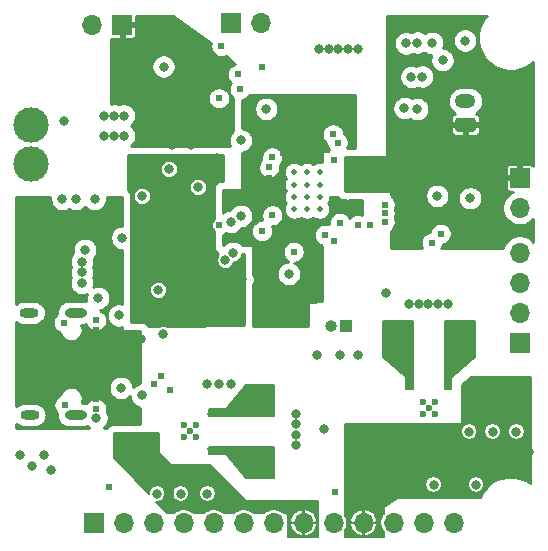
<source format=gbr>
G04 #@! TF.GenerationSoftware,KiCad,Pcbnew,(5.1.8)-1*
G04 #@! TF.CreationDate,2021-08-04T08:25:39+02:00*
G04 #@! TF.ProjectId,SuperPower-uC-KiCad,53757065-7250-46f7-9765-722d75432d4b,rev?*
G04 #@! TF.SameCoordinates,Original*
G04 #@! TF.FileFunction,Copper,L3,Inr*
G04 #@! TF.FilePolarity,Positive*
%FSLAX46Y46*%
G04 Gerber Fmt 4.6, Leading zero omitted, Abs format (unit mm)*
G04 Created by KiCad (PCBNEW (5.1.8)-1) date 2021-08-04 08:25:39*
%MOMM*%
%LPD*%
G01*
G04 APERTURE LIST*
G04 #@! TA.AperFunction,ComponentPad*
%ADD10C,0.600000*%
G04 #@! TD*
G04 #@! TA.AperFunction,ComponentPad*
%ADD11O,1.600000X0.800000*%
G04 #@! TD*
G04 #@! TA.AperFunction,ComponentPad*
%ADD12O,1.900000X0.800000*%
G04 #@! TD*
G04 #@! TA.AperFunction,ComponentPad*
%ADD13O,1.700000X1.700000*%
G04 #@! TD*
G04 #@! TA.AperFunction,ComponentPad*
%ADD14R,1.700000X1.700000*%
G04 #@! TD*
G04 #@! TA.AperFunction,ComponentPad*
%ADD15C,0.500000*%
G04 #@! TD*
G04 #@! TA.AperFunction,WasherPad*
%ADD16C,3.000000*%
G04 #@! TD*
G04 #@! TA.AperFunction,ComponentPad*
%ADD17O,1.000000X1.000000*%
G04 #@! TD*
G04 #@! TA.AperFunction,ComponentPad*
%ADD18R,1.000000X1.000000*%
G04 #@! TD*
G04 #@! TA.AperFunction,ComponentPad*
%ADD19O,1.750000X1.200000*%
G04 #@! TD*
G04 #@! TA.AperFunction,ViaPad*
%ADD20C,0.800000*%
G04 #@! TD*
G04 #@! TA.AperFunction,ViaPad*
%ADD21C,0.610000*%
G04 #@! TD*
G04 #@! TA.AperFunction,ViaPad*
%ADD22C,0.500000*%
G04 #@! TD*
G04 #@! TA.AperFunction,Conductor*
%ADD23C,0.254000*%
G04 #@! TD*
G04 #@! TA.AperFunction,Conductor*
%ADD24C,0.100000*%
G04 #@! TD*
G04 #@! TA.AperFunction,Conductor*
%ADD25C,0.200000*%
G04 #@! TD*
G04 APERTURE END LIST*
D10*
X133339000Y-111000000D03*
X133839000Y-110500000D03*
X133839000Y-111500000D03*
X132839000Y-110500000D03*
X132839000Y-111500000D03*
X153589000Y-109015000D03*
X153089000Y-108515000D03*
X154089000Y-108515000D03*
X153089000Y-109515000D03*
X154089000Y-109515000D03*
D11*
X119731000Y-100958400D03*
X119781000Y-109608400D03*
D12*
X123681000Y-100958400D03*
X123681000Y-109608400D03*
D13*
X161290000Y-95885000D03*
X161290000Y-98425000D03*
X161290000Y-100965000D03*
D14*
X161290000Y-103505000D03*
D15*
X144356400Y-92202200D03*
X143281400Y-92202200D03*
X142206400Y-92202200D03*
X144356400Y-91152200D03*
X143281400Y-91152200D03*
X142206400Y-91152200D03*
X144356400Y-90102200D03*
X143281400Y-90102200D03*
X142206400Y-90102200D03*
X144356400Y-89052200D03*
X143281400Y-89052200D03*
X142206400Y-89052200D03*
D16*
X119888000Y-85090000D03*
X119888000Y-88392000D03*
D13*
X155702000Y-118745000D03*
X153162000Y-118745000D03*
X150622000Y-118745000D03*
X148082000Y-118745000D03*
X145542000Y-118745000D03*
X143002000Y-118745000D03*
X140462000Y-118745000D03*
X137922000Y-118745000D03*
X135382000Y-118745000D03*
X132842000Y-118745000D03*
X130302000Y-118745000D03*
X127762000Y-118745000D03*
D14*
X125222000Y-118745000D03*
D13*
X161290000Y-92075000D03*
D14*
X161290000Y-89535000D03*
D17*
X145288000Y-102108000D03*
D18*
X146558000Y-102108000D03*
D13*
X125095000Y-76581000D03*
D14*
X127635000Y-76581000D03*
X136842500Y-76454000D03*
D13*
X139382500Y-76454000D03*
G04 #@! TA.AperFunction,ComponentPad*
G36*
G01*
X157317601Y-85639200D02*
X156067599Y-85639200D01*
G75*
G02*
X155817600Y-85389201I0J249999D01*
G01*
X155817600Y-84689199D01*
G75*
G02*
X156067599Y-84439200I249999J0D01*
G01*
X157317601Y-84439200D01*
G75*
G02*
X157567600Y-84689199I0J-249999D01*
G01*
X157567600Y-85389201D01*
G75*
G02*
X157317601Y-85639200I-249999J0D01*
G01*
G37*
G04 #@! TD.AperFunction*
D19*
X156692600Y-83039200D03*
D20*
X153035000Y-80962500D03*
X152113793Y-80994151D03*
X126111000Y-85979000D03*
X126936500Y-85979000D03*
X126111000Y-84264500D03*
X126936500Y-84264500D03*
X127762000Y-85979000D03*
X127762000Y-84264500D03*
X154000000Y-115500000D03*
X149987000Y-99314000D03*
X141732000Y-97663000D03*
X125603000Y-99695000D03*
X129286000Y-107950000D03*
X144089000Y-104515000D03*
X157589000Y-115500000D03*
X127508000Y-107315000D03*
X129290660Y-91063660D03*
X123698000Y-91313000D03*
X122682000Y-84709000D03*
X124460000Y-95631000D03*
X156654500Y-77914500D03*
X151661722Y-78143030D03*
X152620307Y-78086807D03*
X134021990Y-90297000D03*
X134839000Y-107015000D03*
X135839000Y-107015000D03*
X136839000Y-107015000D03*
X159000000Y-111015000D03*
X161000000Y-111015000D03*
X157000000Y-111015000D03*
D21*
X145669000Y-116141500D03*
X137414985Y-80772985D03*
D20*
X147589000Y-104515000D03*
X142379000Y-109510000D03*
X142379000Y-110399000D03*
X142379000Y-111288000D03*
X142379000Y-112177000D03*
X153543000Y-100203000D03*
X152717500Y-100203000D03*
X151892000Y-100203000D03*
X154368500Y-100203000D03*
X155194000Y-100203000D03*
X145923000Y-78613000D03*
X145097500Y-78613000D03*
X144272000Y-78613000D03*
X146748500Y-78613000D03*
X147574000Y-78613000D03*
X131127500Y-80110500D03*
D21*
X136017000Y-78359000D03*
D20*
X125292791Y-91348111D03*
D21*
X126500000Y-115750000D03*
D20*
X118965000Y-113017500D03*
X120997000Y-113017500D03*
X119981000Y-113970000D03*
D21*
X125412500Y-109077503D03*
D20*
X125443979Y-109855000D03*
D21*
X122751980Y-108786591D03*
X122682000Y-101790500D03*
D20*
X144716498Y-110807500D03*
D21*
X145478500Y-85852000D03*
X145859500Y-86550500D03*
X125411734Y-101604507D03*
D20*
X127357239Y-101185744D03*
X154305000Y-91059000D03*
D21*
X139445504Y-80136504D03*
D20*
X146089000Y-104515000D03*
X130589000Y-116265000D03*
X132589000Y-116265000D03*
X121589000Y-114265000D03*
X134839000Y-116265000D03*
X131572000Y-88773000D03*
X137668000Y-86360000D03*
X136362677Y-96467026D03*
X137032999Y-95885001D03*
X136839000Y-93265000D03*
X124206000Y-96647000D03*
X124206000Y-98425000D03*
X124206000Y-97536000D03*
D21*
X140335000Y-92710000D03*
D20*
X137668000Y-92765000D03*
D21*
X140081000Y-88646000D03*
X147589000Y-93515000D03*
X154588990Y-94265000D03*
X142147939Y-95792939D03*
D20*
X139827000Y-83693000D03*
D21*
X140331801Y-87790427D03*
D20*
X132089000Y-94515000D03*
X136652000Y-100330000D03*
X137668000Y-100330000D03*
X132089000Y-93515000D03*
X129413000Y-95250000D03*
X135636000Y-88773000D03*
X135636000Y-87884000D03*
X132715000Y-90551000D03*
X136718005Y-98043992D03*
X137797977Y-98126704D03*
X132400000Y-99454000D03*
X131839000Y-100015000D03*
X132589000Y-100265000D03*
X129667000Y-85471000D03*
X135382000Y-85026500D03*
X131826000Y-86741000D03*
X133477000Y-86741000D03*
D21*
X146043555Y-93347148D03*
X135064500Y-80073500D03*
X129095500Y-80327500D03*
D20*
X129032000Y-86487000D03*
D21*
X139458039Y-94049632D03*
X135839000Y-93515000D03*
D20*
X128905000Y-109220000D03*
X120269000Y-95567500D03*
X119316502Y-95948500D03*
D21*
X125412500Y-107665253D03*
X125412500Y-103060500D03*
X125412500Y-102425500D03*
X125412500Y-108267500D03*
D20*
X129188978Y-103187500D03*
D21*
X145547000Y-94870488D03*
X137604500Y-82042000D03*
X144776433Y-94355477D03*
X135831015Y-82797515D03*
D20*
X122555000Y-91313000D03*
X127635000Y-94615000D03*
X153860500Y-78105000D03*
X151526997Y-83629500D03*
D21*
X130913979Y-106325167D03*
X130339000Y-107015000D03*
X153839000Y-95014996D03*
D20*
X130683000Y-99015000D03*
D22*
X155189000Y-107265000D03*
X155193500Y-106500000D03*
X155193500Y-105750000D03*
D21*
X157089000Y-102000000D03*
X157089000Y-104250000D03*
X157089000Y-103500000D03*
X157089000Y-102750000D03*
X150089000Y-104265000D03*
X150089000Y-102765000D03*
X150089000Y-102015000D03*
X150089000Y-103515000D03*
D22*
X152039000Y-107250000D03*
X152039000Y-105750000D03*
X152039000Y-106500000D03*
X135089000Y-109500000D03*
X135839000Y-109500000D03*
X136589000Y-109500000D03*
D21*
X138188000Y-107537500D03*
X138823000Y-107537500D03*
X139458000Y-107537500D03*
X140093000Y-107537500D03*
X138188000Y-114526500D03*
X138823000Y-114526500D03*
X139458000Y-114526500D03*
X140093000Y-114526500D03*
D22*
X135089000Y-112500000D03*
X135839000Y-112500000D03*
X136589000Y-112500000D03*
D20*
X154748998Y-79565000D03*
X152605194Y-83707694D03*
D21*
X131708990Y-107479560D03*
X128589000Y-111515000D03*
D20*
X131089000Y-102765000D03*
X128589000Y-113515000D03*
X130589000Y-114265000D03*
X134714000Y-114390000D03*
X162089000Y-112765000D03*
X149733000Y-114427000D03*
X157000000Y-107000000D03*
X159000000Y-107000000D03*
X161000000Y-107000000D03*
X152101653Y-111752347D03*
X149589000Y-115515000D03*
X149839007Y-116514993D03*
X148589000Y-116765000D03*
D21*
X150589000Y-90515000D03*
X146716462Y-90519538D03*
X146684990Y-89852510D03*
X150589000Y-89788992D03*
X150589000Y-89154000D03*
X150558981Y-88455503D03*
D20*
X157089000Y-91265000D03*
X139589000Y-98765000D03*
X140081000Y-100965000D03*
X139589000Y-99765000D03*
D21*
X140271500Y-85344000D03*
X140271500Y-85979000D03*
X140271500Y-86614000D03*
X139573000Y-85344000D03*
X139573000Y-85979000D03*
X141252077Y-87456794D03*
X140057045Y-89513014D03*
X140053556Y-90324446D03*
X146748500Y-84391500D03*
X145478500Y-84391500D03*
X146113500Y-84391500D03*
X149839000Y-93265000D03*
X149839000Y-92515000D03*
X149839005Y-91800005D03*
X145589000Y-88015000D03*
X148589000Y-93515000D03*
D23*
X147320000Y-86995000D02*
X146692831Y-86995000D01*
X146763376Y-86824688D01*
X146799500Y-86643082D01*
X146799500Y-86457918D01*
X146763376Y-86276312D01*
X146692517Y-86105243D01*
X146589645Y-85951285D01*
X146458715Y-85820355D01*
X146418500Y-85793484D01*
X146418500Y-85759418D01*
X146382376Y-85577812D01*
X146311517Y-85406743D01*
X146208645Y-85252785D01*
X146077715Y-85121855D01*
X145923757Y-85018983D01*
X145752688Y-84948124D01*
X145571082Y-84912000D01*
X145385918Y-84912000D01*
X145204312Y-84948124D01*
X145033243Y-85018983D01*
X144879285Y-85121855D01*
X144748355Y-85252785D01*
X144645483Y-85406743D01*
X144574624Y-85577812D01*
X144538500Y-85759418D01*
X144538500Y-85944582D01*
X144574624Y-86126188D01*
X144645483Y-86297257D01*
X144748355Y-86451215D01*
X144879285Y-86582145D01*
X144919500Y-86609016D01*
X144919500Y-86643082D01*
X144955624Y-86824688D01*
X145026483Y-86995757D01*
X145129355Y-87149715D01*
X145156386Y-87176746D01*
X145143743Y-87181983D01*
X145043446Y-87249000D01*
X144653000Y-87249000D01*
X144628224Y-87251440D01*
X144604399Y-87258667D01*
X144582443Y-87270403D01*
X144563197Y-87286197D01*
X144547403Y-87305443D01*
X144535667Y-87327399D01*
X144528440Y-87351224D01*
X144526000Y-87376000D01*
X144526000Y-88183597D01*
X144443565Y-88167200D01*
X144269235Y-88167200D01*
X144098255Y-88201210D01*
X143937195Y-88267923D01*
X143818900Y-88346966D01*
X143700605Y-88267923D01*
X143539545Y-88201210D01*
X143368565Y-88167200D01*
X143194235Y-88167200D01*
X143023255Y-88201210D01*
X142862195Y-88267923D01*
X142743900Y-88346966D01*
X142625605Y-88267923D01*
X142464545Y-88201210D01*
X142293565Y-88167200D01*
X142119235Y-88167200D01*
X141948255Y-88201210D01*
X141787195Y-88267923D01*
X141642245Y-88364776D01*
X141518976Y-88488045D01*
X141422123Y-88632995D01*
X141355410Y-88794055D01*
X141321400Y-88965035D01*
X141321400Y-89139365D01*
X141355410Y-89310345D01*
X141422123Y-89471405D01*
X141492813Y-89577200D01*
X141422123Y-89682995D01*
X141355410Y-89844055D01*
X141321400Y-90015035D01*
X141321400Y-90189365D01*
X141355410Y-90360345D01*
X141422123Y-90521405D01*
X141492813Y-90627200D01*
X141422123Y-90732995D01*
X141355410Y-90894055D01*
X141321400Y-91065035D01*
X141321400Y-91239365D01*
X141355410Y-91410345D01*
X141422123Y-91571405D01*
X141492813Y-91677200D01*
X141422123Y-91782995D01*
X141355410Y-91944055D01*
X141321400Y-92115035D01*
X141321400Y-92289365D01*
X141355410Y-92460345D01*
X141422123Y-92621405D01*
X141518976Y-92766355D01*
X141642245Y-92889624D01*
X141787195Y-92986477D01*
X141948255Y-93053190D01*
X142119235Y-93087200D01*
X142293565Y-93087200D01*
X142464545Y-93053190D01*
X142625605Y-92986477D01*
X142743900Y-92907434D01*
X142862195Y-92986477D01*
X143023255Y-93053190D01*
X143194235Y-93087200D01*
X143368565Y-93087200D01*
X143539545Y-93053190D01*
X143700605Y-92986477D01*
X143818900Y-92907434D01*
X143937195Y-92986477D01*
X144098255Y-93053190D01*
X144269235Y-93087200D01*
X144443565Y-93087200D01*
X144614545Y-93053190D01*
X144775605Y-92986477D01*
X144920555Y-92889624D01*
X145043824Y-92766355D01*
X145140677Y-92621405D01*
X145207390Y-92460345D01*
X145241400Y-92289365D01*
X145241400Y-92115035D01*
X145207390Y-91944055D01*
X145140677Y-91782995D01*
X145069987Y-91677200D01*
X145140677Y-91571405D01*
X145207390Y-91410345D01*
X145241400Y-91239365D01*
X145241400Y-91142000D01*
X145802579Y-91142000D01*
X145811017Y-91157787D01*
X145889987Y-91254013D01*
X145986213Y-91332983D01*
X146095996Y-91391664D01*
X146215118Y-91427799D01*
X146339000Y-91440000D01*
X146525657Y-91440000D01*
X146623880Y-91459538D01*
X146809044Y-91459538D01*
X146907267Y-91440000D01*
X147962000Y-91440000D01*
X147962000Y-92652053D01*
X147863188Y-92611124D01*
X147681582Y-92575000D01*
X147496418Y-92575000D01*
X147314812Y-92611124D01*
X147143743Y-92681983D01*
X146989785Y-92784855D01*
X146875041Y-92899599D01*
X146773700Y-92747933D01*
X146642770Y-92617003D01*
X146488812Y-92514131D01*
X146317743Y-92443272D01*
X146136137Y-92407148D01*
X145950973Y-92407148D01*
X145769367Y-92443272D01*
X145598298Y-92514131D01*
X145444340Y-92617003D01*
X145313410Y-92747933D01*
X145210538Y-92901891D01*
X145139679Y-93072960D01*
X145103555Y-93254566D01*
X145103555Y-93439730D01*
X145110881Y-93476562D01*
X145050621Y-93451601D01*
X144869015Y-93415477D01*
X144683851Y-93415477D01*
X144502245Y-93451601D01*
X144331176Y-93522460D01*
X144177218Y-93625332D01*
X144046288Y-93756262D01*
X143943416Y-93910220D01*
X143872557Y-94081289D01*
X143836433Y-94262895D01*
X143836433Y-94448059D01*
X143872557Y-94629665D01*
X143943416Y-94800734D01*
X144046288Y-94954692D01*
X144177218Y-95085622D01*
X144331176Y-95188494D01*
X144502245Y-95259353D01*
X144526000Y-95264078D01*
X144526000Y-99962330D01*
X143495975Y-100076777D01*
X143471620Y-100081938D01*
X143448739Y-100091752D01*
X143428213Y-100105841D01*
X143410830Y-100123664D01*
X143397257Y-100144535D01*
X143388018Y-100167654D01*
X143383000Y-100203000D01*
X143383000Y-102108000D01*
X138684000Y-102108000D01*
X138684000Y-100527459D01*
X138703000Y-100431939D01*
X138703000Y-100228061D01*
X138684000Y-100132541D01*
X138684000Y-98663627D01*
X138715182Y-98616960D01*
X138793203Y-98428602D01*
X138832977Y-98228643D01*
X138832977Y-98024765D01*
X138793203Y-97824806D01*
X138715182Y-97636448D01*
X138684000Y-97589781D01*
X138684000Y-97561061D01*
X140697000Y-97561061D01*
X140697000Y-97764939D01*
X140736774Y-97964898D01*
X140814795Y-98153256D01*
X140928063Y-98322774D01*
X141072226Y-98466937D01*
X141241744Y-98580205D01*
X141430102Y-98658226D01*
X141630061Y-98698000D01*
X141833939Y-98698000D01*
X142033898Y-98658226D01*
X142222256Y-98580205D01*
X142391774Y-98466937D01*
X142535937Y-98322774D01*
X142649205Y-98153256D01*
X142727226Y-97964898D01*
X142767000Y-97764939D01*
X142767000Y-97561061D01*
X142727226Y-97361102D01*
X142649205Y-97172744D01*
X142535937Y-97003226D01*
X142391774Y-96859063D01*
X142222256Y-96745795D01*
X142191219Y-96732939D01*
X142240521Y-96732939D01*
X142422127Y-96696815D01*
X142593196Y-96625956D01*
X142747154Y-96523084D01*
X142878084Y-96392154D01*
X142980956Y-96238196D01*
X143051815Y-96067127D01*
X143087939Y-95885521D01*
X143087939Y-95700357D01*
X143051815Y-95518751D01*
X142980956Y-95347682D01*
X142878084Y-95193724D01*
X142747154Y-95062794D01*
X142593196Y-94959922D01*
X142422127Y-94889063D01*
X142240521Y-94852939D01*
X142055357Y-94852939D01*
X141873751Y-94889063D01*
X141702682Y-94959922D01*
X141548724Y-95062794D01*
X141417794Y-95193724D01*
X141314922Y-95347682D01*
X141244063Y-95518751D01*
X141207939Y-95700357D01*
X141207939Y-95885521D01*
X141244063Y-96067127D01*
X141314922Y-96238196D01*
X141417794Y-96392154D01*
X141548724Y-96523084D01*
X141702682Y-96625956D01*
X141707617Y-96628000D01*
X141630061Y-96628000D01*
X141430102Y-96667774D01*
X141241744Y-96745795D01*
X141072226Y-96859063D01*
X140928063Y-97003226D01*
X140814795Y-97172744D01*
X140736774Y-97361102D01*
X140697000Y-97561061D01*
X138684000Y-97561061D01*
X138684000Y-95377000D01*
X138681560Y-95352224D01*
X138674333Y-95328399D01*
X138662597Y-95306443D01*
X138646803Y-95287197D01*
X138627557Y-95271403D01*
X138605601Y-95259667D01*
X138581776Y-95252440D01*
X138557000Y-95250000D01*
X137853489Y-95250000D01*
X137836936Y-95225227D01*
X137692773Y-95081064D01*
X137523255Y-94967796D01*
X137334897Y-94889775D01*
X137134938Y-94850001D01*
X136931060Y-94850001D01*
X136731101Y-94889775D01*
X136542743Y-94967796D01*
X136373225Y-95081064D01*
X136229062Y-95225227D01*
X136212509Y-95250000D01*
X136144000Y-95250000D01*
X136144000Y-94406113D01*
X136284257Y-94348017D01*
X136438215Y-94245145D01*
X136456515Y-94226845D01*
X136537102Y-94260226D01*
X136737061Y-94300000D01*
X136940939Y-94300000D01*
X137140898Y-94260226D01*
X137329256Y-94182205D01*
X137498774Y-94068937D01*
X137610661Y-93957050D01*
X138518039Y-93957050D01*
X138518039Y-94142214D01*
X138554163Y-94323820D01*
X138625022Y-94494889D01*
X138727894Y-94648847D01*
X138858824Y-94779777D01*
X139012782Y-94882649D01*
X139183851Y-94953508D01*
X139365457Y-94989632D01*
X139550621Y-94989632D01*
X139732227Y-94953508D01*
X139903296Y-94882649D01*
X140057254Y-94779777D01*
X140188184Y-94648847D01*
X140291056Y-94494889D01*
X140361915Y-94323820D01*
X140398039Y-94142214D01*
X140398039Y-93957050D01*
X140361915Y-93775444D01*
X140309954Y-93650000D01*
X140427582Y-93650000D01*
X140609188Y-93613876D01*
X140780257Y-93543017D01*
X140934215Y-93440145D01*
X141065145Y-93309215D01*
X141168017Y-93155257D01*
X141238876Y-92984188D01*
X141275000Y-92802582D01*
X141275000Y-92617418D01*
X141238876Y-92435812D01*
X141168017Y-92264743D01*
X141065145Y-92110785D01*
X140934215Y-91979855D01*
X140780257Y-91876983D01*
X140609188Y-91806124D01*
X140427582Y-91770000D01*
X140242418Y-91770000D01*
X140060812Y-91806124D01*
X139889743Y-91876983D01*
X139735785Y-91979855D01*
X139604855Y-92110785D01*
X139501983Y-92264743D01*
X139431124Y-92435812D01*
X139395000Y-92617418D01*
X139395000Y-92802582D01*
X139431124Y-92984188D01*
X139483085Y-93109632D01*
X139365457Y-93109632D01*
X139183851Y-93145756D01*
X139012782Y-93216615D01*
X138858824Y-93319487D01*
X138727894Y-93450417D01*
X138625022Y-93604375D01*
X138554163Y-93775444D01*
X138518039Y-93957050D01*
X137610661Y-93957050D01*
X137642937Y-93924774D01*
X137726308Y-93800000D01*
X137769939Y-93800000D01*
X137969898Y-93760226D01*
X138158256Y-93682205D01*
X138327774Y-93568937D01*
X138471937Y-93424774D01*
X138585205Y-93255256D01*
X138663226Y-93066898D01*
X138703000Y-92866939D01*
X138703000Y-92663061D01*
X138663226Y-92463102D01*
X138585205Y-92274744D01*
X138471937Y-92105226D01*
X138327774Y-91961063D01*
X138158256Y-91847795D01*
X137969898Y-91769774D01*
X137769939Y-91730000D01*
X137566061Y-91730000D01*
X137366102Y-91769774D01*
X137177744Y-91847795D01*
X137008226Y-91961063D01*
X136864063Y-92105226D01*
X136780692Y-92230000D01*
X136737061Y-92230000D01*
X136537102Y-92269774D01*
X136348744Y-92347795D01*
X136179226Y-92461063D01*
X136144000Y-92496289D01*
X136144000Y-90551000D01*
X137636250Y-90551000D01*
X137661026Y-90548560D01*
X137684851Y-90541333D01*
X137706807Y-90529597D01*
X137726053Y-90513803D01*
X137741847Y-90494557D01*
X137753583Y-90472601D01*
X137760810Y-90448776D01*
X137763249Y-90424504D01*
X137770673Y-88553418D01*
X139141000Y-88553418D01*
X139141000Y-88738582D01*
X139177124Y-88920188D01*
X139247983Y-89091257D01*
X139350855Y-89245215D01*
X139481785Y-89376145D01*
X139635743Y-89479017D01*
X139806812Y-89549876D01*
X139988418Y-89586000D01*
X140173582Y-89586000D01*
X140355188Y-89549876D01*
X140526257Y-89479017D01*
X140680215Y-89376145D01*
X140811145Y-89245215D01*
X140914017Y-89091257D01*
X140984876Y-88920188D01*
X141021000Y-88738582D01*
X141021000Y-88553418D01*
X141000621Y-88450967D01*
X141061946Y-88389642D01*
X141164818Y-88235684D01*
X141235677Y-88064615D01*
X141271801Y-87883009D01*
X141271801Y-87697845D01*
X141235677Y-87516239D01*
X141164818Y-87345170D01*
X141061946Y-87191212D01*
X140931016Y-87060282D01*
X140777058Y-86957410D01*
X140605989Y-86886551D01*
X140424383Y-86850427D01*
X140239219Y-86850427D01*
X140057613Y-86886551D01*
X139886544Y-86957410D01*
X139732586Y-87060282D01*
X139601656Y-87191212D01*
X139498784Y-87345170D01*
X139427925Y-87516239D01*
X139391801Y-87697845D01*
X139391801Y-87883009D01*
X139412180Y-87985460D01*
X139350855Y-88046785D01*
X139247983Y-88200743D01*
X139177124Y-88371812D01*
X139141000Y-88553418D01*
X137770673Y-88553418D01*
X137775275Y-87393939D01*
X137969898Y-87355226D01*
X138158256Y-87277205D01*
X138327774Y-87163937D01*
X138471937Y-87019774D01*
X138585205Y-86850256D01*
X138663226Y-86661898D01*
X138703000Y-86461939D01*
X138703000Y-86258061D01*
X138663226Y-86058102D01*
X138585205Y-85869744D01*
X138471937Y-85700226D01*
X138327774Y-85556063D01*
X138158256Y-85442795D01*
X137969898Y-85364774D01*
X137783474Y-85327692D01*
X137790365Y-83591061D01*
X138792000Y-83591061D01*
X138792000Y-83794939D01*
X138831774Y-83994898D01*
X138909795Y-84183256D01*
X139023063Y-84352774D01*
X139167226Y-84496937D01*
X139336744Y-84610205D01*
X139525102Y-84688226D01*
X139725061Y-84728000D01*
X139928939Y-84728000D01*
X140128898Y-84688226D01*
X140317256Y-84610205D01*
X140486774Y-84496937D01*
X140630937Y-84352774D01*
X140744205Y-84183256D01*
X140822226Y-83994898D01*
X140862000Y-83794939D01*
X140862000Y-83591061D01*
X140822226Y-83391102D01*
X140744205Y-83202744D01*
X140630937Y-83033226D01*
X140486774Y-82889063D01*
X140317256Y-82775795D01*
X140128898Y-82697774D01*
X139928939Y-82658000D01*
X139725061Y-82658000D01*
X139525102Y-82697774D01*
X139336744Y-82775795D01*
X139167226Y-82889063D01*
X139023063Y-83033226D01*
X138909795Y-83202744D01*
X138831774Y-83391102D01*
X138792000Y-83591061D01*
X137790365Y-83591061D01*
X137792858Y-82962949D01*
X137878688Y-82945876D01*
X138049757Y-82875017D01*
X138203715Y-82772145D01*
X138334645Y-82641215D01*
X138395593Y-82550000D01*
X147320000Y-82550000D01*
X147320000Y-86995000D01*
G04 #@! TA.AperFunction,Conductor*
D24*
G36*
X147320000Y-86995000D02*
G01*
X146692831Y-86995000D01*
X146763376Y-86824688D01*
X146799500Y-86643082D01*
X146799500Y-86457918D01*
X146763376Y-86276312D01*
X146692517Y-86105243D01*
X146589645Y-85951285D01*
X146458715Y-85820355D01*
X146418500Y-85793484D01*
X146418500Y-85759418D01*
X146382376Y-85577812D01*
X146311517Y-85406743D01*
X146208645Y-85252785D01*
X146077715Y-85121855D01*
X145923757Y-85018983D01*
X145752688Y-84948124D01*
X145571082Y-84912000D01*
X145385918Y-84912000D01*
X145204312Y-84948124D01*
X145033243Y-85018983D01*
X144879285Y-85121855D01*
X144748355Y-85252785D01*
X144645483Y-85406743D01*
X144574624Y-85577812D01*
X144538500Y-85759418D01*
X144538500Y-85944582D01*
X144574624Y-86126188D01*
X144645483Y-86297257D01*
X144748355Y-86451215D01*
X144879285Y-86582145D01*
X144919500Y-86609016D01*
X144919500Y-86643082D01*
X144955624Y-86824688D01*
X145026483Y-86995757D01*
X145129355Y-87149715D01*
X145156386Y-87176746D01*
X145143743Y-87181983D01*
X145043446Y-87249000D01*
X144653000Y-87249000D01*
X144628224Y-87251440D01*
X144604399Y-87258667D01*
X144582443Y-87270403D01*
X144563197Y-87286197D01*
X144547403Y-87305443D01*
X144535667Y-87327399D01*
X144528440Y-87351224D01*
X144526000Y-87376000D01*
X144526000Y-88183597D01*
X144443565Y-88167200D01*
X144269235Y-88167200D01*
X144098255Y-88201210D01*
X143937195Y-88267923D01*
X143818900Y-88346966D01*
X143700605Y-88267923D01*
X143539545Y-88201210D01*
X143368565Y-88167200D01*
X143194235Y-88167200D01*
X143023255Y-88201210D01*
X142862195Y-88267923D01*
X142743900Y-88346966D01*
X142625605Y-88267923D01*
X142464545Y-88201210D01*
X142293565Y-88167200D01*
X142119235Y-88167200D01*
X141948255Y-88201210D01*
X141787195Y-88267923D01*
X141642245Y-88364776D01*
X141518976Y-88488045D01*
X141422123Y-88632995D01*
X141355410Y-88794055D01*
X141321400Y-88965035D01*
X141321400Y-89139365D01*
X141355410Y-89310345D01*
X141422123Y-89471405D01*
X141492813Y-89577200D01*
X141422123Y-89682995D01*
X141355410Y-89844055D01*
X141321400Y-90015035D01*
X141321400Y-90189365D01*
X141355410Y-90360345D01*
X141422123Y-90521405D01*
X141492813Y-90627200D01*
X141422123Y-90732995D01*
X141355410Y-90894055D01*
X141321400Y-91065035D01*
X141321400Y-91239365D01*
X141355410Y-91410345D01*
X141422123Y-91571405D01*
X141492813Y-91677200D01*
X141422123Y-91782995D01*
X141355410Y-91944055D01*
X141321400Y-92115035D01*
X141321400Y-92289365D01*
X141355410Y-92460345D01*
X141422123Y-92621405D01*
X141518976Y-92766355D01*
X141642245Y-92889624D01*
X141787195Y-92986477D01*
X141948255Y-93053190D01*
X142119235Y-93087200D01*
X142293565Y-93087200D01*
X142464545Y-93053190D01*
X142625605Y-92986477D01*
X142743900Y-92907434D01*
X142862195Y-92986477D01*
X143023255Y-93053190D01*
X143194235Y-93087200D01*
X143368565Y-93087200D01*
X143539545Y-93053190D01*
X143700605Y-92986477D01*
X143818900Y-92907434D01*
X143937195Y-92986477D01*
X144098255Y-93053190D01*
X144269235Y-93087200D01*
X144443565Y-93087200D01*
X144614545Y-93053190D01*
X144775605Y-92986477D01*
X144920555Y-92889624D01*
X145043824Y-92766355D01*
X145140677Y-92621405D01*
X145207390Y-92460345D01*
X145241400Y-92289365D01*
X145241400Y-92115035D01*
X145207390Y-91944055D01*
X145140677Y-91782995D01*
X145069987Y-91677200D01*
X145140677Y-91571405D01*
X145207390Y-91410345D01*
X145241400Y-91239365D01*
X145241400Y-91142000D01*
X145802579Y-91142000D01*
X145811017Y-91157787D01*
X145889987Y-91254013D01*
X145986213Y-91332983D01*
X146095996Y-91391664D01*
X146215118Y-91427799D01*
X146339000Y-91440000D01*
X146525657Y-91440000D01*
X146623880Y-91459538D01*
X146809044Y-91459538D01*
X146907267Y-91440000D01*
X147962000Y-91440000D01*
X147962000Y-92652053D01*
X147863188Y-92611124D01*
X147681582Y-92575000D01*
X147496418Y-92575000D01*
X147314812Y-92611124D01*
X147143743Y-92681983D01*
X146989785Y-92784855D01*
X146875041Y-92899599D01*
X146773700Y-92747933D01*
X146642770Y-92617003D01*
X146488812Y-92514131D01*
X146317743Y-92443272D01*
X146136137Y-92407148D01*
X145950973Y-92407148D01*
X145769367Y-92443272D01*
X145598298Y-92514131D01*
X145444340Y-92617003D01*
X145313410Y-92747933D01*
X145210538Y-92901891D01*
X145139679Y-93072960D01*
X145103555Y-93254566D01*
X145103555Y-93439730D01*
X145110881Y-93476562D01*
X145050621Y-93451601D01*
X144869015Y-93415477D01*
X144683851Y-93415477D01*
X144502245Y-93451601D01*
X144331176Y-93522460D01*
X144177218Y-93625332D01*
X144046288Y-93756262D01*
X143943416Y-93910220D01*
X143872557Y-94081289D01*
X143836433Y-94262895D01*
X143836433Y-94448059D01*
X143872557Y-94629665D01*
X143943416Y-94800734D01*
X144046288Y-94954692D01*
X144177218Y-95085622D01*
X144331176Y-95188494D01*
X144502245Y-95259353D01*
X144526000Y-95264078D01*
X144526000Y-99962330D01*
X143495975Y-100076777D01*
X143471620Y-100081938D01*
X143448739Y-100091752D01*
X143428213Y-100105841D01*
X143410830Y-100123664D01*
X143397257Y-100144535D01*
X143388018Y-100167654D01*
X143383000Y-100203000D01*
X143383000Y-102108000D01*
X138684000Y-102108000D01*
X138684000Y-100527459D01*
X138703000Y-100431939D01*
X138703000Y-100228061D01*
X138684000Y-100132541D01*
X138684000Y-98663627D01*
X138715182Y-98616960D01*
X138793203Y-98428602D01*
X138832977Y-98228643D01*
X138832977Y-98024765D01*
X138793203Y-97824806D01*
X138715182Y-97636448D01*
X138684000Y-97589781D01*
X138684000Y-97561061D01*
X140697000Y-97561061D01*
X140697000Y-97764939D01*
X140736774Y-97964898D01*
X140814795Y-98153256D01*
X140928063Y-98322774D01*
X141072226Y-98466937D01*
X141241744Y-98580205D01*
X141430102Y-98658226D01*
X141630061Y-98698000D01*
X141833939Y-98698000D01*
X142033898Y-98658226D01*
X142222256Y-98580205D01*
X142391774Y-98466937D01*
X142535937Y-98322774D01*
X142649205Y-98153256D01*
X142727226Y-97964898D01*
X142767000Y-97764939D01*
X142767000Y-97561061D01*
X142727226Y-97361102D01*
X142649205Y-97172744D01*
X142535937Y-97003226D01*
X142391774Y-96859063D01*
X142222256Y-96745795D01*
X142191219Y-96732939D01*
X142240521Y-96732939D01*
X142422127Y-96696815D01*
X142593196Y-96625956D01*
X142747154Y-96523084D01*
X142878084Y-96392154D01*
X142980956Y-96238196D01*
X143051815Y-96067127D01*
X143087939Y-95885521D01*
X143087939Y-95700357D01*
X143051815Y-95518751D01*
X142980956Y-95347682D01*
X142878084Y-95193724D01*
X142747154Y-95062794D01*
X142593196Y-94959922D01*
X142422127Y-94889063D01*
X142240521Y-94852939D01*
X142055357Y-94852939D01*
X141873751Y-94889063D01*
X141702682Y-94959922D01*
X141548724Y-95062794D01*
X141417794Y-95193724D01*
X141314922Y-95347682D01*
X141244063Y-95518751D01*
X141207939Y-95700357D01*
X141207939Y-95885521D01*
X141244063Y-96067127D01*
X141314922Y-96238196D01*
X141417794Y-96392154D01*
X141548724Y-96523084D01*
X141702682Y-96625956D01*
X141707617Y-96628000D01*
X141630061Y-96628000D01*
X141430102Y-96667774D01*
X141241744Y-96745795D01*
X141072226Y-96859063D01*
X140928063Y-97003226D01*
X140814795Y-97172744D01*
X140736774Y-97361102D01*
X140697000Y-97561061D01*
X138684000Y-97561061D01*
X138684000Y-95377000D01*
X138681560Y-95352224D01*
X138674333Y-95328399D01*
X138662597Y-95306443D01*
X138646803Y-95287197D01*
X138627557Y-95271403D01*
X138605601Y-95259667D01*
X138581776Y-95252440D01*
X138557000Y-95250000D01*
X137853489Y-95250000D01*
X137836936Y-95225227D01*
X137692773Y-95081064D01*
X137523255Y-94967796D01*
X137334897Y-94889775D01*
X137134938Y-94850001D01*
X136931060Y-94850001D01*
X136731101Y-94889775D01*
X136542743Y-94967796D01*
X136373225Y-95081064D01*
X136229062Y-95225227D01*
X136212509Y-95250000D01*
X136144000Y-95250000D01*
X136144000Y-94406113D01*
X136284257Y-94348017D01*
X136438215Y-94245145D01*
X136456515Y-94226845D01*
X136537102Y-94260226D01*
X136737061Y-94300000D01*
X136940939Y-94300000D01*
X137140898Y-94260226D01*
X137329256Y-94182205D01*
X137498774Y-94068937D01*
X137610661Y-93957050D01*
X138518039Y-93957050D01*
X138518039Y-94142214D01*
X138554163Y-94323820D01*
X138625022Y-94494889D01*
X138727894Y-94648847D01*
X138858824Y-94779777D01*
X139012782Y-94882649D01*
X139183851Y-94953508D01*
X139365457Y-94989632D01*
X139550621Y-94989632D01*
X139732227Y-94953508D01*
X139903296Y-94882649D01*
X140057254Y-94779777D01*
X140188184Y-94648847D01*
X140291056Y-94494889D01*
X140361915Y-94323820D01*
X140398039Y-94142214D01*
X140398039Y-93957050D01*
X140361915Y-93775444D01*
X140309954Y-93650000D01*
X140427582Y-93650000D01*
X140609188Y-93613876D01*
X140780257Y-93543017D01*
X140934215Y-93440145D01*
X141065145Y-93309215D01*
X141168017Y-93155257D01*
X141238876Y-92984188D01*
X141275000Y-92802582D01*
X141275000Y-92617418D01*
X141238876Y-92435812D01*
X141168017Y-92264743D01*
X141065145Y-92110785D01*
X140934215Y-91979855D01*
X140780257Y-91876983D01*
X140609188Y-91806124D01*
X140427582Y-91770000D01*
X140242418Y-91770000D01*
X140060812Y-91806124D01*
X139889743Y-91876983D01*
X139735785Y-91979855D01*
X139604855Y-92110785D01*
X139501983Y-92264743D01*
X139431124Y-92435812D01*
X139395000Y-92617418D01*
X139395000Y-92802582D01*
X139431124Y-92984188D01*
X139483085Y-93109632D01*
X139365457Y-93109632D01*
X139183851Y-93145756D01*
X139012782Y-93216615D01*
X138858824Y-93319487D01*
X138727894Y-93450417D01*
X138625022Y-93604375D01*
X138554163Y-93775444D01*
X138518039Y-93957050D01*
X137610661Y-93957050D01*
X137642937Y-93924774D01*
X137726308Y-93800000D01*
X137769939Y-93800000D01*
X137969898Y-93760226D01*
X138158256Y-93682205D01*
X138327774Y-93568937D01*
X138471937Y-93424774D01*
X138585205Y-93255256D01*
X138663226Y-93066898D01*
X138703000Y-92866939D01*
X138703000Y-92663061D01*
X138663226Y-92463102D01*
X138585205Y-92274744D01*
X138471937Y-92105226D01*
X138327774Y-91961063D01*
X138158256Y-91847795D01*
X137969898Y-91769774D01*
X137769939Y-91730000D01*
X137566061Y-91730000D01*
X137366102Y-91769774D01*
X137177744Y-91847795D01*
X137008226Y-91961063D01*
X136864063Y-92105226D01*
X136780692Y-92230000D01*
X136737061Y-92230000D01*
X136537102Y-92269774D01*
X136348744Y-92347795D01*
X136179226Y-92461063D01*
X136144000Y-92496289D01*
X136144000Y-90551000D01*
X137636250Y-90551000D01*
X137661026Y-90548560D01*
X137684851Y-90541333D01*
X137706807Y-90529597D01*
X137726053Y-90513803D01*
X137741847Y-90494557D01*
X137753583Y-90472601D01*
X137760810Y-90448776D01*
X137763249Y-90424504D01*
X137770673Y-88553418D01*
X139141000Y-88553418D01*
X139141000Y-88738582D01*
X139177124Y-88920188D01*
X139247983Y-89091257D01*
X139350855Y-89245215D01*
X139481785Y-89376145D01*
X139635743Y-89479017D01*
X139806812Y-89549876D01*
X139988418Y-89586000D01*
X140173582Y-89586000D01*
X140355188Y-89549876D01*
X140526257Y-89479017D01*
X140680215Y-89376145D01*
X140811145Y-89245215D01*
X140914017Y-89091257D01*
X140984876Y-88920188D01*
X141021000Y-88738582D01*
X141021000Y-88553418D01*
X141000621Y-88450967D01*
X141061946Y-88389642D01*
X141164818Y-88235684D01*
X141235677Y-88064615D01*
X141271801Y-87883009D01*
X141271801Y-87697845D01*
X141235677Y-87516239D01*
X141164818Y-87345170D01*
X141061946Y-87191212D01*
X140931016Y-87060282D01*
X140777058Y-86957410D01*
X140605989Y-86886551D01*
X140424383Y-86850427D01*
X140239219Y-86850427D01*
X140057613Y-86886551D01*
X139886544Y-86957410D01*
X139732586Y-87060282D01*
X139601656Y-87191212D01*
X139498784Y-87345170D01*
X139427925Y-87516239D01*
X139391801Y-87697845D01*
X139391801Y-87883009D01*
X139412180Y-87985460D01*
X139350855Y-88046785D01*
X139247983Y-88200743D01*
X139177124Y-88371812D01*
X139141000Y-88553418D01*
X137770673Y-88553418D01*
X137775275Y-87393939D01*
X137969898Y-87355226D01*
X138158256Y-87277205D01*
X138327774Y-87163937D01*
X138471937Y-87019774D01*
X138585205Y-86850256D01*
X138663226Y-86661898D01*
X138703000Y-86461939D01*
X138703000Y-86258061D01*
X138663226Y-86058102D01*
X138585205Y-85869744D01*
X138471937Y-85700226D01*
X138327774Y-85556063D01*
X138158256Y-85442795D01*
X137969898Y-85364774D01*
X137783474Y-85327692D01*
X137790365Y-83591061D01*
X138792000Y-83591061D01*
X138792000Y-83794939D01*
X138831774Y-83994898D01*
X138909795Y-84183256D01*
X139023063Y-84352774D01*
X139167226Y-84496937D01*
X139336744Y-84610205D01*
X139525102Y-84688226D01*
X139725061Y-84728000D01*
X139928939Y-84728000D01*
X140128898Y-84688226D01*
X140317256Y-84610205D01*
X140486774Y-84496937D01*
X140630937Y-84352774D01*
X140744205Y-84183256D01*
X140822226Y-83994898D01*
X140862000Y-83794939D01*
X140862000Y-83591061D01*
X140822226Y-83391102D01*
X140744205Y-83202744D01*
X140630937Y-83033226D01*
X140486774Y-82889063D01*
X140317256Y-82775795D01*
X140128898Y-82697774D01*
X139928939Y-82658000D01*
X139725061Y-82658000D01*
X139525102Y-82697774D01*
X139336744Y-82775795D01*
X139167226Y-82889063D01*
X139023063Y-83033226D01*
X138909795Y-83202744D01*
X138831774Y-83391102D01*
X138792000Y-83591061D01*
X137790365Y-83591061D01*
X137792858Y-82962949D01*
X137878688Y-82945876D01*
X138049757Y-82875017D01*
X138203715Y-82772145D01*
X138334645Y-82641215D01*
X138395593Y-82550000D01*
X147320000Y-82550000D01*
X147320000Y-86995000D01*
G37*
G04 #@! TD.AperFunction*
D23*
X136144050Y-87625670D02*
X136144021Y-89789000D01*
X136017000Y-89789000D01*
X135893118Y-89801201D01*
X135773996Y-89837336D01*
X135664213Y-89896017D01*
X135567987Y-89974987D01*
X135489017Y-90071213D01*
X135430336Y-90180996D01*
X135394201Y-90300118D01*
X135382000Y-90424000D01*
X135382000Y-93007506D01*
X135309256Y-93080250D01*
X135234619Y-93191952D01*
X135183209Y-93316068D01*
X135157000Y-93447829D01*
X135157000Y-93582171D01*
X135183209Y-93713932D01*
X135234619Y-93838048D01*
X135309256Y-93949750D01*
X135382000Y-94022494D01*
X135382000Y-95377000D01*
X135394201Y-95500882D01*
X135430336Y-95620004D01*
X135489017Y-95729787D01*
X135567987Y-95826013D01*
X135664213Y-95904983D01*
X135769563Y-95961295D01*
X135759141Y-95971717D01*
X135674108Y-96098978D01*
X135615536Y-96240383D01*
X135585677Y-96390498D01*
X135585677Y-96543554D01*
X135615536Y-96693669D01*
X135674108Y-96835074D01*
X135759141Y-96962335D01*
X135867368Y-97070562D01*
X135994629Y-97155595D01*
X136136034Y-97214167D01*
X136286149Y-97244026D01*
X136439205Y-97244026D01*
X136589320Y-97214167D01*
X136730725Y-97155595D01*
X136857986Y-97070562D01*
X136966213Y-96962335D01*
X137051246Y-96835074D01*
X137109818Y-96693669D01*
X137116388Y-96660636D01*
X137259642Y-96632142D01*
X137401047Y-96573570D01*
X137528308Y-96488537D01*
X137636535Y-96380310D01*
X137721568Y-96253049D01*
X137780140Y-96111644D01*
X137799960Y-96012000D01*
X137922000Y-96012000D01*
X137922000Y-101956979D01*
X131408381Y-102056273D01*
X131315643Y-102017859D01*
X131165528Y-101988000D01*
X131012472Y-101988000D01*
X130862357Y-102017859D01*
X130745213Y-102066382D01*
X129851820Y-102080001D01*
X129813983Y-102009213D01*
X129735013Y-101912987D01*
X129638787Y-101834017D01*
X129529004Y-101775336D01*
X129409882Y-101739201D01*
X129286000Y-101727000D01*
X128397000Y-101727000D01*
X128397000Y-98938472D01*
X129906000Y-98938472D01*
X129906000Y-99091528D01*
X129935859Y-99241643D01*
X129994431Y-99383048D01*
X130079464Y-99510309D01*
X130187691Y-99618536D01*
X130314952Y-99703569D01*
X130456357Y-99762141D01*
X130606472Y-99792000D01*
X130759528Y-99792000D01*
X130909643Y-99762141D01*
X131051048Y-99703569D01*
X131178309Y-99618536D01*
X131286536Y-99510309D01*
X131371569Y-99383048D01*
X131430141Y-99241643D01*
X131460000Y-99091528D01*
X131460000Y-98938472D01*
X131430141Y-98788357D01*
X131371569Y-98646952D01*
X131286536Y-98519691D01*
X131178309Y-98411464D01*
X131051048Y-98326431D01*
X130909643Y-98267859D01*
X130759528Y-98238000D01*
X130606472Y-98238000D01*
X130456357Y-98267859D01*
X130314952Y-98326431D01*
X130187691Y-98411464D01*
X130079464Y-98519691D01*
X129994431Y-98646952D01*
X129935859Y-98788357D01*
X129906000Y-98938472D01*
X128397000Y-98938472D01*
X128397000Y-94766940D01*
X128412000Y-94691528D01*
X128412000Y-94538472D01*
X128397000Y-94463060D01*
X128397000Y-91059000D01*
X128389922Y-90987132D01*
X128513660Y-90987132D01*
X128513660Y-91140188D01*
X128543519Y-91290303D01*
X128602091Y-91431708D01*
X128687124Y-91558969D01*
X128795351Y-91667196D01*
X128922612Y-91752229D01*
X129064017Y-91810801D01*
X129214132Y-91840660D01*
X129367188Y-91840660D01*
X129517303Y-91810801D01*
X129658708Y-91752229D01*
X129785969Y-91667196D01*
X129894196Y-91558969D01*
X129979229Y-91431708D01*
X130037801Y-91290303D01*
X130067660Y-91140188D01*
X130067660Y-90987132D01*
X130037801Y-90837017D01*
X129979229Y-90695612D01*
X129894196Y-90568351D01*
X129785969Y-90460124D01*
X129658708Y-90375091D01*
X129517303Y-90316519D01*
X129367188Y-90286660D01*
X129214132Y-90286660D01*
X129064017Y-90316519D01*
X128922612Y-90375091D01*
X128795351Y-90460124D01*
X128687124Y-90568351D01*
X128602091Y-90695612D01*
X128543519Y-90837017D01*
X128513660Y-90987132D01*
X128389922Y-90987132D01*
X128384799Y-90935118D01*
X128348664Y-90815996D01*
X128289983Y-90706213D01*
X128211013Y-90609987D01*
X128143000Y-90554171D01*
X128143000Y-90220472D01*
X133244990Y-90220472D01*
X133244990Y-90373528D01*
X133274849Y-90523643D01*
X133333421Y-90665048D01*
X133418454Y-90792309D01*
X133526681Y-90900536D01*
X133653942Y-90985569D01*
X133795347Y-91044141D01*
X133945462Y-91074000D01*
X134098518Y-91074000D01*
X134248633Y-91044141D01*
X134390038Y-90985569D01*
X134517299Y-90900536D01*
X134625526Y-90792309D01*
X134710559Y-90665048D01*
X134769131Y-90523643D01*
X134798990Y-90373528D01*
X134798990Y-90220472D01*
X134769131Y-90070357D01*
X134710559Y-89928952D01*
X134625526Y-89801691D01*
X134517299Y-89693464D01*
X134390038Y-89608431D01*
X134248633Y-89549859D01*
X134098518Y-89520000D01*
X133945462Y-89520000D01*
X133795347Y-89549859D01*
X133653942Y-89608431D01*
X133526681Y-89693464D01*
X133418454Y-89801691D01*
X133333421Y-89928952D01*
X133274849Y-90070357D01*
X133244990Y-90220472D01*
X128143000Y-90220472D01*
X128143000Y-88696472D01*
X130795000Y-88696472D01*
X130795000Y-88849528D01*
X130824859Y-88999643D01*
X130883431Y-89141048D01*
X130968464Y-89268309D01*
X131076691Y-89376536D01*
X131203952Y-89461569D01*
X131345357Y-89520141D01*
X131495472Y-89550000D01*
X131648528Y-89550000D01*
X131798643Y-89520141D01*
X131940048Y-89461569D01*
X132067309Y-89376536D01*
X132175536Y-89268309D01*
X132260569Y-89141048D01*
X132319141Y-88999643D01*
X132349000Y-88849528D01*
X132349000Y-88696472D01*
X132319141Y-88546357D01*
X132260569Y-88404952D01*
X132175536Y-88277691D01*
X132067309Y-88169464D01*
X131940048Y-88084431D01*
X131798643Y-88025859D01*
X131648528Y-87996000D01*
X131495472Y-87996000D01*
X131345357Y-88025859D01*
X131203952Y-88084431D01*
X131076691Y-88169464D01*
X130968464Y-88277691D01*
X130883431Y-88404952D01*
X130824859Y-88546357D01*
X130795000Y-88696472D01*
X128143000Y-88696472D01*
X128143000Y-87598362D01*
X136144050Y-87625670D01*
G04 #@! TA.AperFunction,Conductor*
D24*
G36*
X136144050Y-87625670D02*
G01*
X136144021Y-89789000D01*
X136017000Y-89789000D01*
X135893118Y-89801201D01*
X135773996Y-89837336D01*
X135664213Y-89896017D01*
X135567987Y-89974987D01*
X135489017Y-90071213D01*
X135430336Y-90180996D01*
X135394201Y-90300118D01*
X135382000Y-90424000D01*
X135382000Y-93007506D01*
X135309256Y-93080250D01*
X135234619Y-93191952D01*
X135183209Y-93316068D01*
X135157000Y-93447829D01*
X135157000Y-93582171D01*
X135183209Y-93713932D01*
X135234619Y-93838048D01*
X135309256Y-93949750D01*
X135382000Y-94022494D01*
X135382000Y-95377000D01*
X135394201Y-95500882D01*
X135430336Y-95620004D01*
X135489017Y-95729787D01*
X135567987Y-95826013D01*
X135664213Y-95904983D01*
X135769563Y-95961295D01*
X135759141Y-95971717D01*
X135674108Y-96098978D01*
X135615536Y-96240383D01*
X135585677Y-96390498D01*
X135585677Y-96543554D01*
X135615536Y-96693669D01*
X135674108Y-96835074D01*
X135759141Y-96962335D01*
X135867368Y-97070562D01*
X135994629Y-97155595D01*
X136136034Y-97214167D01*
X136286149Y-97244026D01*
X136439205Y-97244026D01*
X136589320Y-97214167D01*
X136730725Y-97155595D01*
X136857986Y-97070562D01*
X136966213Y-96962335D01*
X137051246Y-96835074D01*
X137109818Y-96693669D01*
X137116388Y-96660636D01*
X137259642Y-96632142D01*
X137401047Y-96573570D01*
X137528308Y-96488537D01*
X137636535Y-96380310D01*
X137721568Y-96253049D01*
X137780140Y-96111644D01*
X137799960Y-96012000D01*
X137922000Y-96012000D01*
X137922000Y-101956979D01*
X131408381Y-102056273D01*
X131315643Y-102017859D01*
X131165528Y-101988000D01*
X131012472Y-101988000D01*
X130862357Y-102017859D01*
X130745213Y-102066382D01*
X129851820Y-102080001D01*
X129813983Y-102009213D01*
X129735013Y-101912987D01*
X129638787Y-101834017D01*
X129529004Y-101775336D01*
X129409882Y-101739201D01*
X129286000Y-101727000D01*
X128397000Y-101727000D01*
X128397000Y-98938472D01*
X129906000Y-98938472D01*
X129906000Y-99091528D01*
X129935859Y-99241643D01*
X129994431Y-99383048D01*
X130079464Y-99510309D01*
X130187691Y-99618536D01*
X130314952Y-99703569D01*
X130456357Y-99762141D01*
X130606472Y-99792000D01*
X130759528Y-99792000D01*
X130909643Y-99762141D01*
X131051048Y-99703569D01*
X131178309Y-99618536D01*
X131286536Y-99510309D01*
X131371569Y-99383048D01*
X131430141Y-99241643D01*
X131460000Y-99091528D01*
X131460000Y-98938472D01*
X131430141Y-98788357D01*
X131371569Y-98646952D01*
X131286536Y-98519691D01*
X131178309Y-98411464D01*
X131051048Y-98326431D01*
X130909643Y-98267859D01*
X130759528Y-98238000D01*
X130606472Y-98238000D01*
X130456357Y-98267859D01*
X130314952Y-98326431D01*
X130187691Y-98411464D01*
X130079464Y-98519691D01*
X129994431Y-98646952D01*
X129935859Y-98788357D01*
X129906000Y-98938472D01*
X128397000Y-98938472D01*
X128397000Y-94766940D01*
X128412000Y-94691528D01*
X128412000Y-94538472D01*
X128397000Y-94463060D01*
X128397000Y-91059000D01*
X128389922Y-90987132D01*
X128513660Y-90987132D01*
X128513660Y-91140188D01*
X128543519Y-91290303D01*
X128602091Y-91431708D01*
X128687124Y-91558969D01*
X128795351Y-91667196D01*
X128922612Y-91752229D01*
X129064017Y-91810801D01*
X129214132Y-91840660D01*
X129367188Y-91840660D01*
X129517303Y-91810801D01*
X129658708Y-91752229D01*
X129785969Y-91667196D01*
X129894196Y-91558969D01*
X129979229Y-91431708D01*
X130037801Y-91290303D01*
X130067660Y-91140188D01*
X130067660Y-90987132D01*
X130037801Y-90837017D01*
X129979229Y-90695612D01*
X129894196Y-90568351D01*
X129785969Y-90460124D01*
X129658708Y-90375091D01*
X129517303Y-90316519D01*
X129367188Y-90286660D01*
X129214132Y-90286660D01*
X129064017Y-90316519D01*
X128922612Y-90375091D01*
X128795351Y-90460124D01*
X128687124Y-90568351D01*
X128602091Y-90695612D01*
X128543519Y-90837017D01*
X128513660Y-90987132D01*
X128389922Y-90987132D01*
X128384799Y-90935118D01*
X128348664Y-90815996D01*
X128289983Y-90706213D01*
X128211013Y-90609987D01*
X128143000Y-90554171D01*
X128143000Y-90220472D01*
X133244990Y-90220472D01*
X133244990Y-90373528D01*
X133274849Y-90523643D01*
X133333421Y-90665048D01*
X133418454Y-90792309D01*
X133526681Y-90900536D01*
X133653942Y-90985569D01*
X133795347Y-91044141D01*
X133945462Y-91074000D01*
X134098518Y-91074000D01*
X134248633Y-91044141D01*
X134390038Y-90985569D01*
X134517299Y-90900536D01*
X134625526Y-90792309D01*
X134710559Y-90665048D01*
X134769131Y-90523643D01*
X134798990Y-90373528D01*
X134798990Y-90220472D01*
X134769131Y-90070357D01*
X134710559Y-89928952D01*
X134625526Y-89801691D01*
X134517299Y-89693464D01*
X134390038Y-89608431D01*
X134248633Y-89549859D01*
X134098518Y-89520000D01*
X133945462Y-89520000D01*
X133795347Y-89549859D01*
X133653942Y-89608431D01*
X133526681Y-89693464D01*
X133418454Y-89801691D01*
X133333421Y-89928952D01*
X133274849Y-90070357D01*
X133244990Y-90220472D01*
X128143000Y-90220472D01*
X128143000Y-88696472D01*
X130795000Y-88696472D01*
X130795000Y-88849528D01*
X130824859Y-88999643D01*
X130883431Y-89141048D01*
X130968464Y-89268309D01*
X131076691Y-89376536D01*
X131203952Y-89461569D01*
X131345357Y-89520141D01*
X131495472Y-89550000D01*
X131648528Y-89550000D01*
X131798643Y-89520141D01*
X131940048Y-89461569D01*
X132067309Y-89376536D01*
X132175536Y-89268309D01*
X132260569Y-89141048D01*
X132319141Y-88999643D01*
X132349000Y-88849528D01*
X132349000Y-88696472D01*
X132319141Y-88546357D01*
X132260569Y-88404952D01*
X132175536Y-88277691D01*
X132067309Y-88169464D01*
X131940048Y-88084431D01*
X131798643Y-88025859D01*
X131648528Y-87996000D01*
X131495472Y-87996000D01*
X131345357Y-88025859D01*
X131203952Y-88084431D01*
X131076691Y-88169464D01*
X130968464Y-88277691D01*
X130883431Y-88404952D01*
X130824859Y-88546357D01*
X130795000Y-88696472D01*
X128143000Y-88696472D01*
X128143000Y-87598362D01*
X136144050Y-87625670D01*
G37*
G04 #@! TD.AperFunction*
D23*
X134922832Y-77951206D02*
X135108585Y-78107630D01*
X135077000Y-78266418D01*
X135077000Y-78451582D01*
X135113124Y-78633188D01*
X135183983Y-78804257D01*
X135286855Y-78958215D01*
X135417785Y-79089145D01*
X135571743Y-79192017D01*
X135742812Y-79262876D01*
X135924418Y-79299000D01*
X136109582Y-79299000D01*
X136291188Y-79262876D01*
X136418043Y-79210331D01*
X137188964Y-79859528D01*
X137140797Y-79869109D01*
X136969728Y-79939968D01*
X136815770Y-80042840D01*
X136684840Y-80173770D01*
X136581968Y-80327728D01*
X136511109Y-80498797D01*
X136474985Y-80680403D01*
X136474985Y-80865567D01*
X136511109Y-81047173D01*
X136581968Y-81218242D01*
X136684840Y-81372200D01*
X136815770Y-81503130D01*
X136828396Y-81511567D01*
X136771483Y-81596743D01*
X136700624Y-81767812D01*
X136664500Y-81949418D01*
X136664500Y-82134582D01*
X136700624Y-82316188D01*
X136771483Y-82487257D01*
X136874355Y-82641215D01*
X137005285Y-82772145D01*
X137031540Y-82789688D01*
X137020595Y-85547798D01*
X137008226Y-85556063D01*
X136864063Y-85700226D01*
X136750795Y-85869744D01*
X136672774Y-86058102D01*
X136633000Y-86258061D01*
X136633000Y-86461939D01*
X136672774Y-86661898D01*
X136750795Y-86850256D01*
X136761162Y-86865771D01*
X135805864Y-86862511D01*
X135737939Y-86849000D01*
X135534061Y-86849000D01*
X135471867Y-86861371D01*
X128340813Y-86837033D01*
X128421774Y-86782937D01*
X128565937Y-86638774D01*
X128679205Y-86469256D01*
X128757226Y-86280898D01*
X128797000Y-86080939D01*
X128797000Y-85877061D01*
X128757226Y-85677102D01*
X128679205Y-85488744D01*
X128565937Y-85319226D01*
X128421774Y-85175063D01*
X128341985Y-85121750D01*
X128421774Y-85068437D01*
X128565937Y-84924274D01*
X128679205Y-84754756D01*
X128757226Y-84566398D01*
X128797000Y-84366439D01*
X128797000Y-84162561D01*
X128757226Y-83962602D01*
X128679205Y-83774244D01*
X128565937Y-83604726D01*
X128421774Y-83460563D01*
X128252256Y-83347295D01*
X128063898Y-83269274D01*
X127863939Y-83229500D01*
X127660061Y-83229500D01*
X127460102Y-83269274D01*
X127349250Y-83315191D01*
X127238398Y-83269274D01*
X127038439Y-83229500D01*
X126834561Y-83229500D01*
X126682500Y-83259747D01*
X126682500Y-82704933D01*
X134891015Y-82704933D01*
X134891015Y-82890097D01*
X134927139Y-83071703D01*
X134997998Y-83242772D01*
X135100870Y-83396730D01*
X135231800Y-83527660D01*
X135385758Y-83630532D01*
X135556827Y-83701391D01*
X135738433Y-83737515D01*
X135923597Y-83737515D01*
X136105203Y-83701391D01*
X136276272Y-83630532D01*
X136430230Y-83527660D01*
X136561160Y-83396730D01*
X136664032Y-83242772D01*
X136734891Y-83071703D01*
X136771015Y-82890097D01*
X136771015Y-82704933D01*
X136734891Y-82523327D01*
X136664032Y-82352258D01*
X136561160Y-82198300D01*
X136430230Y-82067370D01*
X136276272Y-81964498D01*
X136105203Y-81893639D01*
X135923597Y-81857515D01*
X135738433Y-81857515D01*
X135556827Y-81893639D01*
X135385758Y-81964498D01*
X135231800Y-82067370D01*
X135100870Y-82198300D01*
X134997998Y-82352258D01*
X134927139Y-82523327D01*
X134891015Y-82704933D01*
X126682500Y-82704933D01*
X126682500Y-80008561D01*
X130092500Y-80008561D01*
X130092500Y-80212439D01*
X130132274Y-80412398D01*
X130210295Y-80600756D01*
X130323563Y-80770274D01*
X130467726Y-80914437D01*
X130637244Y-81027705D01*
X130825602Y-81105726D01*
X131025561Y-81145500D01*
X131229439Y-81145500D01*
X131429398Y-81105726D01*
X131617756Y-81027705D01*
X131787274Y-80914437D01*
X131931437Y-80770274D01*
X132044705Y-80600756D01*
X132122726Y-80412398D01*
X132162500Y-80212439D01*
X132162500Y-80008561D01*
X132122726Y-79808602D01*
X132044705Y-79620244D01*
X131931437Y-79450726D01*
X131787274Y-79306563D01*
X131617756Y-79193295D01*
X131429398Y-79115274D01*
X131229439Y-79075500D01*
X131025561Y-79075500D01*
X130825602Y-79115274D01*
X130637244Y-79193295D01*
X130467726Y-79306563D01*
X130323563Y-79450726D01*
X130210295Y-79620244D01*
X130132274Y-79808602D01*
X130092500Y-80008561D01*
X126682500Y-80008561D01*
X126682500Y-77741621D01*
X126720897Y-77753268D01*
X126785000Y-77759582D01*
X127426250Y-77758000D01*
X127508000Y-77676250D01*
X127508000Y-76708000D01*
X127762000Y-76708000D01*
X127762000Y-77676250D01*
X127843750Y-77758000D01*
X128485000Y-77759582D01*
X128549103Y-77753268D01*
X128610743Y-77734570D01*
X128667550Y-77704206D01*
X128717343Y-77663343D01*
X128758206Y-77613550D01*
X128788570Y-77556743D01*
X128807268Y-77495103D01*
X128813582Y-77431000D01*
X128812000Y-76789750D01*
X128730250Y-76708000D01*
X127762000Y-76708000D01*
X127508000Y-76708000D01*
X127488000Y-76708000D01*
X127488000Y-76454000D01*
X127508000Y-76454000D01*
X127508000Y-76434000D01*
X127762000Y-76434000D01*
X127762000Y-76454000D01*
X128730250Y-76454000D01*
X128812000Y-76372250D01*
X128813429Y-75793200D01*
X131931878Y-75793200D01*
X134922832Y-77951206D01*
G04 #@! TA.AperFunction,Conductor*
D24*
G36*
X134922832Y-77951206D02*
G01*
X135108585Y-78107630D01*
X135077000Y-78266418D01*
X135077000Y-78451582D01*
X135113124Y-78633188D01*
X135183983Y-78804257D01*
X135286855Y-78958215D01*
X135417785Y-79089145D01*
X135571743Y-79192017D01*
X135742812Y-79262876D01*
X135924418Y-79299000D01*
X136109582Y-79299000D01*
X136291188Y-79262876D01*
X136418043Y-79210331D01*
X137188964Y-79859528D01*
X137140797Y-79869109D01*
X136969728Y-79939968D01*
X136815770Y-80042840D01*
X136684840Y-80173770D01*
X136581968Y-80327728D01*
X136511109Y-80498797D01*
X136474985Y-80680403D01*
X136474985Y-80865567D01*
X136511109Y-81047173D01*
X136581968Y-81218242D01*
X136684840Y-81372200D01*
X136815770Y-81503130D01*
X136828396Y-81511567D01*
X136771483Y-81596743D01*
X136700624Y-81767812D01*
X136664500Y-81949418D01*
X136664500Y-82134582D01*
X136700624Y-82316188D01*
X136771483Y-82487257D01*
X136874355Y-82641215D01*
X137005285Y-82772145D01*
X137031540Y-82789688D01*
X137020595Y-85547798D01*
X137008226Y-85556063D01*
X136864063Y-85700226D01*
X136750795Y-85869744D01*
X136672774Y-86058102D01*
X136633000Y-86258061D01*
X136633000Y-86461939D01*
X136672774Y-86661898D01*
X136750795Y-86850256D01*
X136761162Y-86865771D01*
X135805864Y-86862511D01*
X135737939Y-86849000D01*
X135534061Y-86849000D01*
X135471867Y-86861371D01*
X128340813Y-86837033D01*
X128421774Y-86782937D01*
X128565937Y-86638774D01*
X128679205Y-86469256D01*
X128757226Y-86280898D01*
X128797000Y-86080939D01*
X128797000Y-85877061D01*
X128757226Y-85677102D01*
X128679205Y-85488744D01*
X128565937Y-85319226D01*
X128421774Y-85175063D01*
X128341985Y-85121750D01*
X128421774Y-85068437D01*
X128565937Y-84924274D01*
X128679205Y-84754756D01*
X128757226Y-84566398D01*
X128797000Y-84366439D01*
X128797000Y-84162561D01*
X128757226Y-83962602D01*
X128679205Y-83774244D01*
X128565937Y-83604726D01*
X128421774Y-83460563D01*
X128252256Y-83347295D01*
X128063898Y-83269274D01*
X127863939Y-83229500D01*
X127660061Y-83229500D01*
X127460102Y-83269274D01*
X127349250Y-83315191D01*
X127238398Y-83269274D01*
X127038439Y-83229500D01*
X126834561Y-83229500D01*
X126682500Y-83259747D01*
X126682500Y-82704933D01*
X134891015Y-82704933D01*
X134891015Y-82890097D01*
X134927139Y-83071703D01*
X134997998Y-83242772D01*
X135100870Y-83396730D01*
X135231800Y-83527660D01*
X135385758Y-83630532D01*
X135556827Y-83701391D01*
X135738433Y-83737515D01*
X135923597Y-83737515D01*
X136105203Y-83701391D01*
X136276272Y-83630532D01*
X136430230Y-83527660D01*
X136561160Y-83396730D01*
X136664032Y-83242772D01*
X136734891Y-83071703D01*
X136771015Y-82890097D01*
X136771015Y-82704933D01*
X136734891Y-82523327D01*
X136664032Y-82352258D01*
X136561160Y-82198300D01*
X136430230Y-82067370D01*
X136276272Y-81964498D01*
X136105203Y-81893639D01*
X135923597Y-81857515D01*
X135738433Y-81857515D01*
X135556827Y-81893639D01*
X135385758Y-81964498D01*
X135231800Y-82067370D01*
X135100870Y-82198300D01*
X134997998Y-82352258D01*
X134927139Y-82523327D01*
X134891015Y-82704933D01*
X126682500Y-82704933D01*
X126682500Y-80008561D01*
X130092500Y-80008561D01*
X130092500Y-80212439D01*
X130132274Y-80412398D01*
X130210295Y-80600756D01*
X130323563Y-80770274D01*
X130467726Y-80914437D01*
X130637244Y-81027705D01*
X130825602Y-81105726D01*
X131025561Y-81145500D01*
X131229439Y-81145500D01*
X131429398Y-81105726D01*
X131617756Y-81027705D01*
X131787274Y-80914437D01*
X131931437Y-80770274D01*
X132044705Y-80600756D01*
X132122726Y-80412398D01*
X132162500Y-80212439D01*
X132162500Y-80008561D01*
X132122726Y-79808602D01*
X132044705Y-79620244D01*
X131931437Y-79450726D01*
X131787274Y-79306563D01*
X131617756Y-79193295D01*
X131429398Y-79115274D01*
X131229439Y-79075500D01*
X131025561Y-79075500D01*
X130825602Y-79115274D01*
X130637244Y-79193295D01*
X130467726Y-79306563D01*
X130323563Y-79450726D01*
X130210295Y-79620244D01*
X130132274Y-79808602D01*
X130092500Y-80008561D01*
X126682500Y-80008561D01*
X126682500Y-77741621D01*
X126720897Y-77753268D01*
X126785000Y-77759582D01*
X127426250Y-77758000D01*
X127508000Y-77676250D01*
X127508000Y-76708000D01*
X127762000Y-76708000D01*
X127762000Y-77676250D01*
X127843750Y-77758000D01*
X128485000Y-77759582D01*
X128549103Y-77753268D01*
X128610743Y-77734570D01*
X128667550Y-77704206D01*
X128717343Y-77663343D01*
X128758206Y-77613550D01*
X128788570Y-77556743D01*
X128807268Y-77495103D01*
X128813582Y-77431000D01*
X128812000Y-76789750D01*
X128730250Y-76708000D01*
X127762000Y-76708000D01*
X127508000Y-76708000D01*
X127488000Y-76708000D01*
X127488000Y-76454000D01*
X127508000Y-76454000D01*
X127508000Y-76434000D01*
X127762000Y-76434000D01*
X127762000Y-76454000D01*
X128730250Y-76454000D01*
X128812000Y-76372250D01*
X128813429Y-75793200D01*
X131931878Y-75793200D01*
X134922832Y-77951206D01*
G37*
G04 #@! TD.AperFunction*
D23*
X121520000Y-91211061D02*
X121520000Y-91414939D01*
X121559774Y-91614898D01*
X121637795Y-91803256D01*
X121751063Y-91972774D01*
X121895226Y-92116937D01*
X122064744Y-92230205D01*
X122253102Y-92308226D01*
X122453061Y-92348000D01*
X122656939Y-92348000D01*
X122856898Y-92308226D01*
X123045256Y-92230205D01*
X123126500Y-92175920D01*
X123207744Y-92230205D01*
X123396102Y-92308226D01*
X123596061Y-92348000D01*
X123799939Y-92348000D01*
X123999898Y-92308226D01*
X124188256Y-92230205D01*
X124357774Y-92116937D01*
X124480031Y-91994680D01*
X124488854Y-92007885D01*
X124633017Y-92152048D01*
X124802535Y-92265316D01*
X124990893Y-92343337D01*
X125190852Y-92383111D01*
X125394730Y-92383111D01*
X125594689Y-92343337D01*
X125783047Y-92265316D01*
X125952565Y-92152048D01*
X126096728Y-92007885D01*
X126209996Y-91838367D01*
X126288017Y-91650009D01*
X126327791Y-91450050D01*
X126327791Y-91246172D01*
X126315822Y-91186000D01*
X127635000Y-91186000D01*
X127635000Y-93580000D01*
X127533061Y-93580000D01*
X127333102Y-93619774D01*
X127144744Y-93697795D01*
X126975226Y-93811063D01*
X126831063Y-93955226D01*
X126717795Y-94124744D01*
X126639774Y-94313102D01*
X126600000Y-94513061D01*
X126600000Y-94716939D01*
X126639774Y-94916898D01*
X126717795Y-95105256D01*
X126831063Y-95274774D01*
X126975226Y-95418937D01*
X127144744Y-95532205D01*
X127333102Y-95610226D01*
X127533061Y-95650000D01*
X127635000Y-95650000D01*
X127635000Y-100185717D01*
X127459178Y-100150744D01*
X127255300Y-100150744D01*
X127055341Y-100190518D01*
X126866983Y-100268539D01*
X126697465Y-100381807D01*
X126553302Y-100525970D01*
X126440034Y-100695488D01*
X126362013Y-100883846D01*
X126322239Y-101083805D01*
X126322239Y-101287683D01*
X126362013Y-101487642D01*
X126440034Y-101676000D01*
X126553302Y-101845518D01*
X126697465Y-101989681D01*
X126866983Y-102102949D01*
X127055341Y-102180970D01*
X127255300Y-102220744D01*
X127459178Y-102220744D01*
X127635000Y-102185771D01*
X127635000Y-102362000D01*
X127637440Y-102386776D01*
X127644667Y-102410601D01*
X127656403Y-102432557D01*
X127672197Y-102451803D01*
X127691443Y-102467597D01*
X127713399Y-102479333D01*
X127737224Y-102486560D01*
X127762000Y-102489000D01*
X129159000Y-102489000D01*
X129159000Y-106919985D01*
X128984102Y-106954774D01*
X128795744Y-107032795D01*
X128626226Y-107146063D01*
X128543000Y-107229289D01*
X128543000Y-107213061D01*
X128503226Y-107013102D01*
X128425205Y-106824744D01*
X128311937Y-106655226D01*
X128167774Y-106511063D01*
X127998256Y-106397795D01*
X127809898Y-106319774D01*
X127609939Y-106280000D01*
X127406061Y-106280000D01*
X127206102Y-106319774D01*
X127017744Y-106397795D01*
X126848226Y-106511063D01*
X126704063Y-106655226D01*
X126590795Y-106824744D01*
X126512774Y-107013102D01*
X126473000Y-107213061D01*
X126473000Y-107416939D01*
X126512774Y-107616898D01*
X126590795Y-107805256D01*
X126704063Y-107974774D01*
X126848226Y-108118937D01*
X127017744Y-108232205D01*
X127206102Y-108310226D01*
X127406061Y-108350000D01*
X127609939Y-108350000D01*
X127809898Y-108310226D01*
X127998256Y-108232205D01*
X128167774Y-108118937D01*
X128251000Y-108035711D01*
X128251000Y-108051939D01*
X128290774Y-108251898D01*
X128368795Y-108440256D01*
X128482063Y-108609774D01*
X128626226Y-108753937D01*
X128795744Y-108867205D01*
X128984102Y-108945226D01*
X129159000Y-108980015D01*
X129159000Y-110380000D01*
X126839000Y-110380000D01*
X126715118Y-110392201D01*
X126595996Y-110428336D01*
X126486213Y-110487017D01*
X126389987Y-110565987D01*
X126311017Y-110662213D01*
X126301242Y-110680500D01*
X126071482Y-110680500D01*
X126103753Y-110658937D01*
X126247916Y-110514774D01*
X126361184Y-110345256D01*
X126439205Y-110156898D01*
X126478979Y-109956939D01*
X126478979Y-109753061D01*
X126439205Y-109553102D01*
X126361184Y-109364744D01*
X126324654Y-109310073D01*
X126352500Y-109170085D01*
X126352500Y-108984921D01*
X126316376Y-108803315D01*
X126245517Y-108632246D01*
X126142645Y-108478288D01*
X126011715Y-108347358D01*
X125857757Y-108244486D01*
X125686688Y-108173627D01*
X125505082Y-108137503D01*
X125319918Y-108137503D01*
X125138312Y-108173627D01*
X124967243Y-108244486D01*
X124813285Y-108347358D01*
X124682355Y-108478288D01*
X124579483Y-108632246D01*
X124579375Y-108632507D01*
X124433895Y-108588376D01*
X124281838Y-108573400D01*
X124192565Y-108573400D01*
X124240108Y-108458622D01*
X124277000Y-108273152D01*
X124277000Y-108084048D01*
X124240108Y-107898578D01*
X124167741Y-107723869D01*
X124062681Y-107566636D01*
X123928964Y-107432919D01*
X123771731Y-107327859D01*
X123597022Y-107255492D01*
X123411552Y-107218600D01*
X123222448Y-107218600D01*
X123036978Y-107255492D01*
X122862269Y-107327859D01*
X122705036Y-107432919D01*
X122571319Y-107566636D01*
X122466259Y-107723869D01*
X122393892Y-107898578D01*
X122389797Y-107919164D01*
X122306723Y-107953574D01*
X122152765Y-108056446D01*
X122021835Y-108187376D01*
X121918963Y-108341334D01*
X121848104Y-108512403D01*
X121811980Y-108694009D01*
X121811980Y-108879173D01*
X121848104Y-109060779D01*
X121918963Y-109231848D01*
X122021835Y-109385806D01*
X122104750Y-109468721D01*
X122090993Y-109608400D01*
X122110976Y-109811295D01*
X122170159Y-110006393D01*
X122266266Y-110186197D01*
X122395604Y-110343796D01*
X122553203Y-110473134D01*
X122733007Y-110569241D01*
X122928105Y-110628424D01*
X123080162Y-110643400D01*
X124281838Y-110643400D01*
X124433895Y-110628424D01*
X124628993Y-110569241D01*
X124671688Y-110546420D01*
X124784205Y-110658937D01*
X124816476Y-110680500D01*
X118643000Y-110680500D01*
X118643000Y-110340623D01*
X118645604Y-110343796D01*
X118803203Y-110473134D01*
X118983007Y-110569241D01*
X119178105Y-110628424D01*
X119330162Y-110643400D01*
X120231838Y-110643400D01*
X120383895Y-110628424D01*
X120578993Y-110569241D01*
X120758797Y-110473134D01*
X120916396Y-110343796D01*
X121045734Y-110186197D01*
X121141841Y-110006393D01*
X121201024Y-109811295D01*
X121221007Y-109608400D01*
X121201024Y-109405505D01*
X121141841Y-109210407D01*
X121045734Y-109030603D01*
X120916396Y-108873004D01*
X120758797Y-108743666D01*
X120578993Y-108647559D01*
X120383895Y-108588376D01*
X120231838Y-108573400D01*
X119330162Y-108573400D01*
X119178105Y-108588376D01*
X118983007Y-108647559D01*
X118803203Y-108743666D01*
X118645604Y-108873004D01*
X118643000Y-108876177D01*
X118643000Y-101732693D01*
X118753203Y-101823134D01*
X118933007Y-101919241D01*
X119128105Y-101978424D01*
X119280162Y-101993400D01*
X120181838Y-101993400D01*
X120333895Y-101978424D01*
X120528993Y-101919241D01*
X120708797Y-101823134D01*
X120861373Y-101697918D01*
X121742000Y-101697918D01*
X121742000Y-101883082D01*
X121778124Y-102064688D01*
X121848983Y-102235757D01*
X121951855Y-102389715D01*
X122082785Y-102520645D01*
X122236743Y-102623517D01*
X122392979Y-102688232D01*
X122393892Y-102692822D01*
X122466259Y-102867531D01*
X122571319Y-103024764D01*
X122705036Y-103158481D01*
X122862269Y-103263541D01*
X123036978Y-103335908D01*
X123222448Y-103372800D01*
X123411552Y-103372800D01*
X123597022Y-103335908D01*
X123771731Y-103263541D01*
X123928964Y-103158481D01*
X124062681Y-103024764D01*
X124167741Y-102867531D01*
X124240108Y-102692822D01*
X124277000Y-102507352D01*
X124277000Y-102318248D01*
X124240108Y-102132778D01*
X124182376Y-101993400D01*
X124281838Y-101993400D01*
X124433895Y-101978424D01*
X124536300Y-101947360D01*
X124578717Y-102049764D01*
X124681589Y-102203722D01*
X124812519Y-102334652D01*
X124966477Y-102437524D01*
X125137546Y-102508383D01*
X125319152Y-102544507D01*
X125504316Y-102544507D01*
X125685922Y-102508383D01*
X125856991Y-102437524D01*
X126010949Y-102334652D01*
X126141879Y-102203722D01*
X126244751Y-102049764D01*
X126315610Y-101878695D01*
X126351734Y-101697089D01*
X126351734Y-101511925D01*
X126315610Y-101330319D01*
X126244751Y-101159250D01*
X126141879Y-101005292D01*
X126010949Y-100874362D01*
X125856991Y-100771490D01*
X125739992Y-100723028D01*
X125904898Y-100690226D01*
X126093256Y-100612205D01*
X126262774Y-100498937D01*
X126406937Y-100354774D01*
X126520205Y-100185256D01*
X126598226Y-99996898D01*
X126638000Y-99796939D01*
X126638000Y-99593061D01*
X126598226Y-99393102D01*
X126520205Y-99204744D01*
X126406937Y-99035226D01*
X126262774Y-98891063D01*
X126093256Y-98777795D01*
X125904898Y-98699774D01*
X125704939Y-98660000D01*
X125501061Y-98660000D01*
X125301102Y-98699774D01*
X125194103Y-98744095D01*
X125201226Y-98726898D01*
X125241000Y-98526939D01*
X125241000Y-98323061D01*
X125201226Y-98123102D01*
X125142158Y-97980500D01*
X125201226Y-97837898D01*
X125241000Y-97637939D01*
X125241000Y-97434061D01*
X125201226Y-97234102D01*
X125142158Y-97091500D01*
X125201226Y-96948898D01*
X125241000Y-96748939D01*
X125241000Y-96545061D01*
X125202617Y-96352094D01*
X125263937Y-96290774D01*
X125377205Y-96121256D01*
X125455226Y-95932898D01*
X125495000Y-95732939D01*
X125495000Y-95529061D01*
X125455226Y-95329102D01*
X125377205Y-95140744D01*
X125263937Y-94971226D01*
X125119774Y-94827063D01*
X124950256Y-94713795D01*
X124761898Y-94635774D01*
X124561939Y-94596000D01*
X124358061Y-94596000D01*
X124158102Y-94635774D01*
X123969744Y-94713795D01*
X123800226Y-94827063D01*
X123656063Y-94971226D01*
X123542795Y-95140744D01*
X123464774Y-95329102D01*
X123425000Y-95529061D01*
X123425000Y-95732939D01*
X123463383Y-95925906D01*
X123402063Y-95987226D01*
X123288795Y-96156744D01*
X123210774Y-96345102D01*
X123171000Y-96545061D01*
X123171000Y-96748939D01*
X123210774Y-96948898D01*
X123269842Y-97091500D01*
X123210774Y-97234102D01*
X123171000Y-97434061D01*
X123171000Y-97637939D01*
X123210774Y-97837898D01*
X123269842Y-97980500D01*
X123210774Y-98123102D01*
X123171000Y-98323061D01*
X123171000Y-98526939D01*
X123210774Y-98726898D01*
X123288795Y-98915256D01*
X123402063Y-99084774D01*
X123546226Y-99228937D01*
X123715744Y-99342205D01*
X123904102Y-99420226D01*
X124104061Y-99460000D01*
X124307939Y-99460000D01*
X124507898Y-99420226D01*
X124614897Y-99375905D01*
X124607774Y-99393102D01*
X124568000Y-99593061D01*
X124568000Y-99796939D01*
X124606551Y-99990751D01*
X124433895Y-99938376D01*
X124281838Y-99923400D01*
X123080162Y-99923400D01*
X122928105Y-99938376D01*
X122733007Y-99997559D01*
X122553203Y-100093666D01*
X122395604Y-100223004D01*
X122266266Y-100380603D01*
X122170159Y-100560407D01*
X122110976Y-100755505D01*
X122090993Y-100958400D01*
X122099908Y-101048914D01*
X122082785Y-101060355D01*
X121951855Y-101191285D01*
X121848983Y-101345243D01*
X121778124Y-101516312D01*
X121742000Y-101697918D01*
X120861373Y-101697918D01*
X120866396Y-101693796D01*
X120995734Y-101536197D01*
X121091841Y-101356393D01*
X121151024Y-101161295D01*
X121171007Y-100958400D01*
X121151024Y-100755505D01*
X121091841Y-100560407D01*
X120995734Y-100380603D01*
X120866396Y-100223004D01*
X120708797Y-100093666D01*
X120528993Y-99997559D01*
X120333895Y-99938376D01*
X120181838Y-99923400D01*
X119280162Y-99923400D01*
X119128105Y-99938376D01*
X118933007Y-99997559D01*
X118753203Y-100093666D01*
X118643000Y-100184107D01*
X118643000Y-91186000D01*
X121524985Y-91186000D01*
X121520000Y-91211061D01*
G04 #@! TA.AperFunction,Conductor*
D24*
G36*
X121520000Y-91211061D02*
G01*
X121520000Y-91414939D01*
X121559774Y-91614898D01*
X121637795Y-91803256D01*
X121751063Y-91972774D01*
X121895226Y-92116937D01*
X122064744Y-92230205D01*
X122253102Y-92308226D01*
X122453061Y-92348000D01*
X122656939Y-92348000D01*
X122856898Y-92308226D01*
X123045256Y-92230205D01*
X123126500Y-92175920D01*
X123207744Y-92230205D01*
X123396102Y-92308226D01*
X123596061Y-92348000D01*
X123799939Y-92348000D01*
X123999898Y-92308226D01*
X124188256Y-92230205D01*
X124357774Y-92116937D01*
X124480031Y-91994680D01*
X124488854Y-92007885D01*
X124633017Y-92152048D01*
X124802535Y-92265316D01*
X124990893Y-92343337D01*
X125190852Y-92383111D01*
X125394730Y-92383111D01*
X125594689Y-92343337D01*
X125783047Y-92265316D01*
X125952565Y-92152048D01*
X126096728Y-92007885D01*
X126209996Y-91838367D01*
X126288017Y-91650009D01*
X126327791Y-91450050D01*
X126327791Y-91246172D01*
X126315822Y-91186000D01*
X127635000Y-91186000D01*
X127635000Y-93580000D01*
X127533061Y-93580000D01*
X127333102Y-93619774D01*
X127144744Y-93697795D01*
X126975226Y-93811063D01*
X126831063Y-93955226D01*
X126717795Y-94124744D01*
X126639774Y-94313102D01*
X126600000Y-94513061D01*
X126600000Y-94716939D01*
X126639774Y-94916898D01*
X126717795Y-95105256D01*
X126831063Y-95274774D01*
X126975226Y-95418937D01*
X127144744Y-95532205D01*
X127333102Y-95610226D01*
X127533061Y-95650000D01*
X127635000Y-95650000D01*
X127635000Y-100185717D01*
X127459178Y-100150744D01*
X127255300Y-100150744D01*
X127055341Y-100190518D01*
X126866983Y-100268539D01*
X126697465Y-100381807D01*
X126553302Y-100525970D01*
X126440034Y-100695488D01*
X126362013Y-100883846D01*
X126322239Y-101083805D01*
X126322239Y-101287683D01*
X126362013Y-101487642D01*
X126440034Y-101676000D01*
X126553302Y-101845518D01*
X126697465Y-101989681D01*
X126866983Y-102102949D01*
X127055341Y-102180970D01*
X127255300Y-102220744D01*
X127459178Y-102220744D01*
X127635000Y-102185771D01*
X127635000Y-102362000D01*
X127637440Y-102386776D01*
X127644667Y-102410601D01*
X127656403Y-102432557D01*
X127672197Y-102451803D01*
X127691443Y-102467597D01*
X127713399Y-102479333D01*
X127737224Y-102486560D01*
X127762000Y-102489000D01*
X129159000Y-102489000D01*
X129159000Y-106919985D01*
X128984102Y-106954774D01*
X128795744Y-107032795D01*
X128626226Y-107146063D01*
X128543000Y-107229289D01*
X128543000Y-107213061D01*
X128503226Y-107013102D01*
X128425205Y-106824744D01*
X128311937Y-106655226D01*
X128167774Y-106511063D01*
X127998256Y-106397795D01*
X127809898Y-106319774D01*
X127609939Y-106280000D01*
X127406061Y-106280000D01*
X127206102Y-106319774D01*
X127017744Y-106397795D01*
X126848226Y-106511063D01*
X126704063Y-106655226D01*
X126590795Y-106824744D01*
X126512774Y-107013102D01*
X126473000Y-107213061D01*
X126473000Y-107416939D01*
X126512774Y-107616898D01*
X126590795Y-107805256D01*
X126704063Y-107974774D01*
X126848226Y-108118937D01*
X127017744Y-108232205D01*
X127206102Y-108310226D01*
X127406061Y-108350000D01*
X127609939Y-108350000D01*
X127809898Y-108310226D01*
X127998256Y-108232205D01*
X128167774Y-108118937D01*
X128251000Y-108035711D01*
X128251000Y-108051939D01*
X128290774Y-108251898D01*
X128368795Y-108440256D01*
X128482063Y-108609774D01*
X128626226Y-108753937D01*
X128795744Y-108867205D01*
X128984102Y-108945226D01*
X129159000Y-108980015D01*
X129159000Y-110380000D01*
X126839000Y-110380000D01*
X126715118Y-110392201D01*
X126595996Y-110428336D01*
X126486213Y-110487017D01*
X126389987Y-110565987D01*
X126311017Y-110662213D01*
X126301242Y-110680500D01*
X126071482Y-110680500D01*
X126103753Y-110658937D01*
X126247916Y-110514774D01*
X126361184Y-110345256D01*
X126439205Y-110156898D01*
X126478979Y-109956939D01*
X126478979Y-109753061D01*
X126439205Y-109553102D01*
X126361184Y-109364744D01*
X126324654Y-109310073D01*
X126352500Y-109170085D01*
X126352500Y-108984921D01*
X126316376Y-108803315D01*
X126245517Y-108632246D01*
X126142645Y-108478288D01*
X126011715Y-108347358D01*
X125857757Y-108244486D01*
X125686688Y-108173627D01*
X125505082Y-108137503D01*
X125319918Y-108137503D01*
X125138312Y-108173627D01*
X124967243Y-108244486D01*
X124813285Y-108347358D01*
X124682355Y-108478288D01*
X124579483Y-108632246D01*
X124579375Y-108632507D01*
X124433895Y-108588376D01*
X124281838Y-108573400D01*
X124192565Y-108573400D01*
X124240108Y-108458622D01*
X124277000Y-108273152D01*
X124277000Y-108084048D01*
X124240108Y-107898578D01*
X124167741Y-107723869D01*
X124062681Y-107566636D01*
X123928964Y-107432919D01*
X123771731Y-107327859D01*
X123597022Y-107255492D01*
X123411552Y-107218600D01*
X123222448Y-107218600D01*
X123036978Y-107255492D01*
X122862269Y-107327859D01*
X122705036Y-107432919D01*
X122571319Y-107566636D01*
X122466259Y-107723869D01*
X122393892Y-107898578D01*
X122389797Y-107919164D01*
X122306723Y-107953574D01*
X122152765Y-108056446D01*
X122021835Y-108187376D01*
X121918963Y-108341334D01*
X121848104Y-108512403D01*
X121811980Y-108694009D01*
X121811980Y-108879173D01*
X121848104Y-109060779D01*
X121918963Y-109231848D01*
X122021835Y-109385806D01*
X122104750Y-109468721D01*
X122090993Y-109608400D01*
X122110976Y-109811295D01*
X122170159Y-110006393D01*
X122266266Y-110186197D01*
X122395604Y-110343796D01*
X122553203Y-110473134D01*
X122733007Y-110569241D01*
X122928105Y-110628424D01*
X123080162Y-110643400D01*
X124281838Y-110643400D01*
X124433895Y-110628424D01*
X124628993Y-110569241D01*
X124671688Y-110546420D01*
X124784205Y-110658937D01*
X124816476Y-110680500D01*
X118643000Y-110680500D01*
X118643000Y-110340623D01*
X118645604Y-110343796D01*
X118803203Y-110473134D01*
X118983007Y-110569241D01*
X119178105Y-110628424D01*
X119330162Y-110643400D01*
X120231838Y-110643400D01*
X120383895Y-110628424D01*
X120578993Y-110569241D01*
X120758797Y-110473134D01*
X120916396Y-110343796D01*
X121045734Y-110186197D01*
X121141841Y-110006393D01*
X121201024Y-109811295D01*
X121221007Y-109608400D01*
X121201024Y-109405505D01*
X121141841Y-109210407D01*
X121045734Y-109030603D01*
X120916396Y-108873004D01*
X120758797Y-108743666D01*
X120578993Y-108647559D01*
X120383895Y-108588376D01*
X120231838Y-108573400D01*
X119330162Y-108573400D01*
X119178105Y-108588376D01*
X118983007Y-108647559D01*
X118803203Y-108743666D01*
X118645604Y-108873004D01*
X118643000Y-108876177D01*
X118643000Y-101732693D01*
X118753203Y-101823134D01*
X118933007Y-101919241D01*
X119128105Y-101978424D01*
X119280162Y-101993400D01*
X120181838Y-101993400D01*
X120333895Y-101978424D01*
X120528993Y-101919241D01*
X120708797Y-101823134D01*
X120861373Y-101697918D01*
X121742000Y-101697918D01*
X121742000Y-101883082D01*
X121778124Y-102064688D01*
X121848983Y-102235757D01*
X121951855Y-102389715D01*
X122082785Y-102520645D01*
X122236743Y-102623517D01*
X122392979Y-102688232D01*
X122393892Y-102692822D01*
X122466259Y-102867531D01*
X122571319Y-103024764D01*
X122705036Y-103158481D01*
X122862269Y-103263541D01*
X123036978Y-103335908D01*
X123222448Y-103372800D01*
X123411552Y-103372800D01*
X123597022Y-103335908D01*
X123771731Y-103263541D01*
X123928964Y-103158481D01*
X124062681Y-103024764D01*
X124167741Y-102867531D01*
X124240108Y-102692822D01*
X124277000Y-102507352D01*
X124277000Y-102318248D01*
X124240108Y-102132778D01*
X124182376Y-101993400D01*
X124281838Y-101993400D01*
X124433895Y-101978424D01*
X124536300Y-101947360D01*
X124578717Y-102049764D01*
X124681589Y-102203722D01*
X124812519Y-102334652D01*
X124966477Y-102437524D01*
X125137546Y-102508383D01*
X125319152Y-102544507D01*
X125504316Y-102544507D01*
X125685922Y-102508383D01*
X125856991Y-102437524D01*
X126010949Y-102334652D01*
X126141879Y-102203722D01*
X126244751Y-102049764D01*
X126315610Y-101878695D01*
X126351734Y-101697089D01*
X126351734Y-101511925D01*
X126315610Y-101330319D01*
X126244751Y-101159250D01*
X126141879Y-101005292D01*
X126010949Y-100874362D01*
X125856991Y-100771490D01*
X125739992Y-100723028D01*
X125904898Y-100690226D01*
X126093256Y-100612205D01*
X126262774Y-100498937D01*
X126406937Y-100354774D01*
X126520205Y-100185256D01*
X126598226Y-99996898D01*
X126638000Y-99796939D01*
X126638000Y-99593061D01*
X126598226Y-99393102D01*
X126520205Y-99204744D01*
X126406937Y-99035226D01*
X126262774Y-98891063D01*
X126093256Y-98777795D01*
X125904898Y-98699774D01*
X125704939Y-98660000D01*
X125501061Y-98660000D01*
X125301102Y-98699774D01*
X125194103Y-98744095D01*
X125201226Y-98726898D01*
X125241000Y-98526939D01*
X125241000Y-98323061D01*
X125201226Y-98123102D01*
X125142158Y-97980500D01*
X125201226Y-97837898D01*
X125241000Y-97637939D01*
X125241000Y-97434061D01*
X125201226Y-97234102D01*
X125142158Y-97091500D01*
X125201226Y-96948898D01*
X125241000Y-96748939D01*
X125241000Y-96545061D01*
X125202617Y-96352094D01*
X125263937Y-96290774D01*
X125377205Y-96121256D01*
X125455226Y-95932898D01*
X125495000Y-95732939D01*
X125495000Y-95529061D01*
X125455226Y-95329102D01*
X125377205Y-95140744D01*
X125263937Y-94971226D01*
X125119774Y-94827063D01*
X124950256Y-94713795D01*
X124761898Y-94635774D01*
X124561939Y-94596000D01*
X124358061Y-94596000D01*
X124158102Y-94635774D01*
X123969744Y-94713795D01*
X123800226Y-94827063D01*
X123656063Y-94971226D01*
X123542795Y-95140744D01*
X123464774Y-95329102D01*
X123425000Y-95529061D01*
X123425000Y-95732939D01*
X123463383Y-95925906D01*
X123402063Y-95987226D01*
X123288795Y-96156744D01*
X123210774Y-96345102D01*
X123171000Y-96545061D01*
X123171000Y-96748939D01*
X123210774Y-96948898D01*
X123269842Y-97091500D01*
X123210774Y-97234102D01*
X123171000Y-97434061D01*
X123171000Y-97637939D01*
X123210774Y-97837898D01*
X123269842Y-97980500D01*
X123210774Y-98123102D01*
X123171000Y-98323061D01*
X123171000Y-98526939D01*
X123210774Y-98726898D01*
X123288795Y-98915256D01*
X123402063Y-99084774D01*
X123546226Y-99228937D01*
X123715744Y-99342205D01*
X123904102Y-99420226D01*
X124104061Y-99460000D01*
X124307939Y-99460000D01*
X124507898Y-99420226D01*
X124614897Y-99375905D01*
X124607774Y-99393102D01*
X124568000Y-99593061D01*
X124568000Y-99796939D01*
X124606551Y-99990751D01*
X124433895Y-99938376D01*
X124281838Y-99923400D01*
X123080162Y-99923400D01*
X122928105Y-99938376D01*
X122733007Y-99997559D01*
X122553203Y-100093666D01*
X122395604Y-100223004D01*
X122266266Y-100380603D01*
X122170159Y-100560407D01*
X122110976Y-100755505D01*
X122090993Y-100958400D01*
X122099908Y-101048914D01*
X122082785Y-101060355D01*
X121951855Y-101191285D01*
X121848983Y-101345243D01*
X121778124Y-101516312D01*
X121742000Y-101697918D01*
X120861373Y-101697918D01*
X120866396Y-101693796D01*
X120995734Y-101536197D01*
X121091841Y-101356393D01*
X121151024Y-101161295D01*
X121171007Y-100958400D01*
X121151024Y-100755505D01*
X121091841Y-100560407D01*
X120995734Y-100380603D01*
X120866396Y-100223004D01*
X120708797Y-100093666D01*
X120528993Y-99997559D01*
X120333895Y-99938376D01*
X120181838Y-99923400D01*
X119280162Y-99923400D01*
X119128105Y-99938376D01*
X118933007Y-99997559D01*
X118753203Y-100093666D01*
X118643000Y-100184107D01*
X118643000Y-91186000D01*
X121524985Y-91186000D01*
X121520000Y-91211061D01*
G37*
G04 #@! TD.AperFunction*
D25*
X162206000Y-115492007D02*
X161830613Y-115241182D01*
X161330145Y-115033881D01*
X160798851Y-114928200D01*
X160257149Y-114928200D01*
X159725855Y-115033881D01*
X159225387Y-115241182D01*
X158774977Y-115542136D01*
X158391936Y-115925177D01*
X158090982Y-116375587D01*
X157984525Y-116632595D01*
X150838547Y-116665001D01*
X150819046Y-116667011D01*
X150800313Y-116672787D01*
X150778186Y-116685617D01*
X149799186Y-117435617D01*
X149784867Y-117449007D01*
X149773437Y-117464932D01*
X149765332Y-117482782D01*
X149760866Y-117501870D01*
X149760000Y-117515000D01*
X149760000Y-117980655D01*
X149728737Y-118011918D01*
X149602884Y-118200271D01*
X149516194Y-118409557D01*
X149472000Y-118631735D01*
X149472000Y-118858265D01*
X149516194Y-119080443D01*
X149602884Y-119289729D01*
X149728737Y-119478082D01*
X149760000Y-119509345D01*
X149760000Y-119918600D01*
X146531000Y-119918600D01*
X146531000Y-119334801D01*
X146561116Y-119289729D01*
X146647806Y-119080443D01*
X146673842Y-118949549D01*
X146950337Y-118949549D01*
X147011987Y-119166395D01*
X147114757Y-119367047D01*
X147254698Y-119543794D01*
X147426431Y-119689844D01*
X147623357Y-119799584D01*
X147837909Y-119868797D01*
X147877451Y-119876662D01*
X148057000Y-119819709D01*
X148057000Y-118770000D01*
X148107000Y-118770000D01*
X148107000Y-119819709D01*
X148286549Y-119876662D01*
X148326091Y-119868797D01*
X148540643Y-119799584D01*
X148737569Y-119689844D01*
X148909302Y-119543794D01*
X149049243Y-119367047D01*
X149152013Y-119166395D01*
X149213663Y-118949549D01*
X149156729Y-118770000D01*
X148107000Y-118770000D01*
X148057000Y-118770000D01*
X147007271Y-118770000D01*
X146950337Y-118949549D01*
X146673842Y-118949549D01*
X146692000Y-118858265D01*
X146692000Y-118631735D01*
X146673843Y-118540451D01*
X146950337Y-118540451D01*
X147007271Y-118720000D01*
X148057000Y-118720000D01*
X148057000Y-117670291D01*
X148107000Y-117670291D01*
X148107000Y-118720000D01*
X149156729Y-118720000D01*
X149213663Y-118540451D01*
X149152013Y-118323605D01*
X149049243Y-118122953D01*
X148909302Y-117946206D01*
X148737569Y-117800156D01*
X148540643Y-117690416D01*
X148326091Y-117621203D01*
X148286549Y-117613338D01*
X148107000Y-117670291D01*
X148057000Y-117670291D01*
X147877451Y-117613338D01*
X147837909Y-117621203D01*
X147623357Y-117690416D01*
X147426431Y-117800156D01*
X147254698Y-117946206D01*
X147114757Y-118122953D01*
X147011987Y-118323605D01*
X146950337Y-118540451D01*
X146673843Y-118540451D01*
X146647806Y-118409557D01*
X146561116Y-118200271D01*
X146531000Y-118155199D01*
X146531000Y-115431056D01*
X153300000Y-115431056D01*
X153300000Y-115568944D01*
X153326901Y-115704182D01*
X153379668Y-115831574D01*
X153456274Y-115946224D01*
X153553776Y-116043726D01*
X153668426Y-116120332D01*
X153795818Y-116173099D01*
X153931056Y-116200000D01*
X154068944Y-116200000D01*
X154204182Y-116173099D01*
X154331574Y-116120332D01*
X154446224Y-116043726D01*
X154543726Y-115946224D01*
X154620332Y-115831574D01*
X154673099Y-115704182D01*
X154700000Y-115568944D01*
X154700000Y-115431056D01*
X156889000Y-115431056D01*
X156889000Y-115568944D01*
X156915901Y-115704182D01*
X156968668Y-115831574D01*
X157045274Y-115946224D01*
X157142776Y-116043726D01*
X157257426Y-116120332D01*
X157384818Y-116173099D01*
X157520056Y-116200000D01*
X157657944Y-116200000D01*
X157793182Y-116173099D01*
X157920574Y-116120332D01*
X158035224Y-116043726D01*
X158132726Y-115946224D01*
X158209332Y-115831574D01*
X158262099Y-115704182D01*
X158289000Y-115568944D01*
X158289000Y-115431056D01*
X158262099Y-115295818D01*
X158209332Y-115168426D01*
X158132726Y-115053776D01*
X158035224Y-114956274D01*
X157920574Y-114879668D01*
X157793182Y-114826901D01*
X157657944Y-114800000D01*
X157520056Y-114800000D01*
X157384818Y-114826901D01*
X157257426Y-114879668D01*
X157142776Y-114956274D01*
X157045274Y-115053776D01*
X156968668Y-115168426D01*
X156915901Y-115295818D01*
X156889000Y-115431056D01*
X154700000Y-115431056D01*
X154673099Y-115295818D01*
X154620332Y-115168426D01*
X154543726Y-115053776D01*
X154446224Y-114956274D01*
X154331574Y-114879668D01*
X154204182Y-114826901D01*
X154068944Y-114800000D01*
X153931056Y-114800000D01*
X153795818Y-114826901D01*
X153668426Y-114879668D01*
X153553776Y-114956274D01*
X153456274Y-115053776D01*
X153379668Y-115168426D01*
X153326901Y-115295818D01*
X153300000Y-115431056D01*
X146531000Y-115431056D01*
X146531000Y-110946056D01*
X156300000Y-110946056D01*
X156300000Y-111083944D01*
X156326901Y-111219182D01*
X156379668Y-111346574D01*
X156456274Y-111461224D01*
X156553776Y-111558726D01*
X156668426Y-111635332D01*
X156795818Y-111688099D01*
X156931056Y-111715000D01*
X157068944Y-111715000D01*
X157204182Y-111688099D01*
X157331574Y-111635332D01*
X157446224Y-111558726D01*
X157543726Y-111461224D01*
X157620332Y-111346574D01*
X157673099Y-111219182D01*
X157700000Y-111083944D01*
X157700000Y-110946056D01*
X158300000Y-110946056D01*
X158300000Y-111083944D01*
X158326901Y-111219182D01*
X158379668Y-111346574D01*
X158456274Y-111461224D01*
X158553776Y-111558726D01*
X158668426Y-111635332D01*
X158795818Y-111688099D01*
X158931056Y-111715000D01*
X159068944Y-111715000D01*
X159204182Y-111688099D01*
X159331574Y-111635332D01*
X159446224Y-111558726D01*
X159543726Y-111461224D01*
X159620332Y-111346574D01*
X159673099Y-111219182D01*
X159700000Y-111083944D01*
X159700000Y-110946056D01*
X160300000Y-110946056D01*
X160300000Y-111083944D01*
X160326901Y-111219182D01*
X160379668Y-111346574D01*
X160456274Y-111461224D01*
X160553776Y-111558726D01*
X160668426Y-111635332D01*
X160795818Y-111688099D01*
X160931056Y-111715000D01*
X161068944Y-111715000D01*
X161204182Y-111688099D01*
X161331574Y-111635332D01*
X161446224Y-111558726D01*
X161543726Y-111461224D01*
X161620332Y-111346574D01*
X161673099Y-111219182D01*
X161700000Y-111083944D01*
X161700000Y-110946056D01*
X161673099Y-110810818D01*
X161620332Y-110683426D01*
X161543726Y-110568776D01*
X161446224Y-110471274D01*
X161331574Y-110394668D01*
X161204182Y-110341901D01*
X161068944Y-110315000D01*
X160931056Y-110315000D01*
X160795818Y-110341901D01*
X160668426Y-110394668D01*
X160553776Y-110471274D01*
X160456274Y-110568776D01*
X160379668Y-110683426D01*
X160326901Y-110810818D01*
X160300000Y-110946056D01*
X159700000Y-110946056D01*
X159673099Y-110810818D01*
X159620332Y-110683426D01*
X159543726Y-110568776D01*
X159446224Y-110471274D01*
X159331574Y-110394668D01*
X159204182Y-110341901D01*
X159068944Y-110315000D01*
X158931056Y-110315000D01*
X158795818Y-110341901D01*
X158668426Y-110394668D01*
X158553776Y-110471274D01*
X158456274Y-110568776D01*
X158379668Y-110683426D01*
X158326901Y-110810818D01*
X158300000Y-110946056D01*
X157700000Y-110946056D01*
X157673099Y-110810818D01*
X157620332Y-110683426D01*
X157543726Y-110568776D01*
X157446224Y-110471274D01*
X157331574Y-110394668D01*
X157204182Y-110341901D01*
X157068944Y-110315000D01*
X156931056Y-110315000D01*
X156795818Y-110341901D01*
X156668426Y-110394668D01*
X156553776Y-110471274D01*
X156456274Y-110568776D01*
X156379668Y-110683426D01*
X156326901Y-110810818D01*
X156300000Y-110946056D01*
X146531000Y-110946056D01*
X146531000Y-110399500D01*
X149542754Y-110399500D01*
X156339254Y-110382250D01*
X156358758Y-110380279D01*
X156377503Y-110374541D01*
X156394768Y-110365256D01*
X156409890Y-110352781D01*
X156422288Y-110337596D01*
X156431485Y-110320284D01*
X156437128Y-110301510D01*
X156439000Y-110282250D01*
X156439000Y-107056422D01*
X157130422Y-106365000D01*
X162206000Y-106365000D01*
X162206000Y-115492007D01*
G04 #@! TA.AperFunction,Conductor*
D24*
G36*
X162206000Y-115492007D02*
G01*
X161830613Y-115241182D01*
X161330145Y-115033881D01*
X160798851Y-114928200D01*
X160257149Y-114928200D01*
X159725855Y-115033881D01*
X159225387Y-115241182D01*
X158774977Y-115542136D01*
X158391936Y-115925177D01*
X158090982Y-116375587D01*
X157984525Y-116632595D01*
X150838547Y-116665001D01*
X150819046Y-116667011D01*
X150800313Y-116672787D01*
X150778186Y-116685617D01*
X149799186Y-117435617D01*
X149784867Y-117449007D01*
X149773437Y-117464932D01*
X149765332Y-117482782D01*
X149760866Y-117501870D01*
X149760000Y-117515000D01*
X149760000Y-117980655D01*
X149728737Y-118011918D01*
X149602884Y-118200271D01*
X149516194Y-118409557D01*
X149472000Y-118631735D01*
X149472000Y-118858265D01*
X149516194Y-119080443D01*
X149602884Y-119289729D01*
X149728737Y-119478082D01*
X149760000Y-119509345D01*
X149760000Y-119918600D01*
X146531000Y-119918600D01*
X146531000Y-119334801D01*
X146561116Y-119289729D01*
X146647806Y-119080443D01*
X146673842Y-118949549D01*
X146950337Y-118949549D01*
X147011987Y-119166395D01*
X147114757Y-119367047D01*
X147254698Y-119543794D01*
X147426431Y-119689844D01*
X147623357Y-119799584D01*
X147837909Y-119868797D01*
X147877451Y-119876662D01*
X148057000Y-119819709D01*
X148057000Y-118770000D01*
X148107000Y-118770000D01*
X148107000Y-119819709D01*
X148286549Y-119876662D01*
X148326091Y-119868797D01*
X148540643Y-119799584D01*
X148737569Y-119689844D01*
X148909302Y-119543794D01*
X149049243Y-119367047D01*
X149152013Y-119166395D01*
X149213663Y-118949549D01*
X149156729Y-118770000D01*
X148107000Y-118770000D01*
X148057000Y-118770000D01*
X147007271Y-118770000D01*
X146950337Y-118949549D01*
X146673842Y-118949549D01*
X146692000Y-118858265D01*
X146692000Y-118631735D01*
X146673843Y-118540451D01*
X146950337Y-118540451D01*
X147007271Y-118720000D01*
X148057000Y-118720000D01*
X148057000Y-117670291D01*
X148107000Y-117670291D01*
X148107000Y-118720000D01*
X149156729Y-118720000D01*
X149213663Y-118540451D01*
X149152013Y-118323605D01*
X149049243Y-118122953D01*
X148909302Y-117946206D01*
X148737569Y-117800156D01*
X148540643Y-117690416D01*
X148326091Y-117621203D01*
X148286549Y-117613338D01*
X148107000Y-117670291D01*
X148057000Y-117670291D01*
X147877451Y-117613338D01*
X147837909Y-117621203D01*
X147623357Y-117690416D01*
X147426431Y-117800156D01*
X147254698Y-117946206D01*
X147114757Y-118122953D01*
X147011987Y-118323605D01*
X146950337Y-118540451D01*
X146673843Y-118540451D01*
X146647806Y-118409557D01*
X146561116Y-118200271D01*
X146531000Y-118155199D01*
X146531000Y-115431056D01*
X153300000Y-115431056D01*
X153300000Y-115568944D01*
X153326901Y-115704182D01*
X153379668Y-115831574D01*
X153456274Y-115946224D01*
X153553776Y-116043726D01*
X153668426Y-116120332D01*
X153795818Y-116173099D01*
X153931056Y-116200000D01*
X154068944Y-116200000D01*
X154204182Y-116173099D01*
X154331574Y-116120332D01*
X154446224Y-116043726D01*
X154543726Y-115946224D01*
X154620332Y-115831574D01*
X154673099Y-115704182D01*
X154700000Y-115568944D01*
X154700000Y-115431056D01*
X156889000Y-115431056D01*
X156889000Y-115568944D01*
X156915901Y-115704182D01*
X156968668Y-115831574D01*
X157045274Y-115946224D01*
X157142776Y-116043726D01*
X157257426Y-116120332D01*
X157384818Y-116173099D01*
X157520056Y-116200000D01*
X157657944Y-116200000D01*
X157793182Y-116173099D01*
X157920574Y-116120332D01*
X158035224Y-116043726D01*
X158132726Y-115946224D01*
X158209332Y-115831574D01*
X158262099Y-115704182D01*
X158289000Y-115568944D01*
X158289000Y-115431056D01*
X158262099Y-115295818D01*
X158209332Y-115168426D01*
X158132726Y-115053776D01*
X158035224Y-114956274D01*
X157920574Y-114879668D01*
X157793182Y-114826901D01*
X157657944Y-114800000D01*
X157520056Y-114800000D01*
X157384818Y-114826901D01*
X157257426Y-114879668D01*
X157142776Y-114956274D01*
X157045274Y-115053776D01*
X156968668Y-115168426D01*
X156915901Y-115295818D01*
X156889000Y-115431056D01*
X154700000Y-115431056D01*
X154673099Y-115295818D01*
X154620332Y-115168426D01*
X154543726Y-115053776D01*
X154446224Y-114956274D01*
X154331574Y-114879668D01*
X154204182Y-114826901D01*
X154068944Y-114800000D01*
X153931056Y-114800000D01*
X153795818Y-114826901D01*
X153668426Y-114879668D01*
X153553776Y-114956274D01*
X153456274Y-115053776D01*
X153379668Y-115168426D01*
X153326901Y-115295818D01*
X153300000Y-115431056D01*
X146531000Y-115431056D01*
X146531000Y-110946056D01*
X156300000Y-110946056D01*
X156300000Y-111083944D01*
X156326901Y-111219182D01*
X156379668Y-111346574D01*
X156456274Y-111461224D01*
X156553776Y-111558726D01*
X156668426Y-111635332D01*
X156795818Y-111688099D01*
X156931056Y-111715000D01*
X157068944Y-111715000D01*
X157204182Y-111688099D01*
X157331574Y-111635332D01*
X157446224Y-111558726D01*
X157543726Y-111461224D01*
X157620332Y-111346574D01*
X157673099Y-111219182D01*
X157700000Y-111083944D01*
X157700000Y-110946056D01*
X158300000Y-110946056D01*
X158300000Y-111083944D01*
X158326901Y-111219182D01*
X158379668Y-111346574D01*
X158456274Y-111461224D01*
X158553776Y-111558726D01*
X158668426Y-111635332D01*
X158795818Y-111688099D01*
X158931056Y-111715000D01*
X159068944Y-111715000D01*
X159204182Y-111688099D01*
X159331574Y-111635332D01*
X159446224Y-111558726D01*
X159543726Y-111461224D01*
X159620332Y-111346574D01*
X159673099Y-111219182D01*
X159700000Y-111083944D01*
X159700000Y-110946056D01*
X160300000Y-110946056D01*
X160300000Y-111083944D01*
X160326901Y-111219182D01*
X160379668Y-111346574D01*
X160456274Y-111461224D01*
X160553776Y-111558726D01*
X160668426Y-111635332D01*
X160795818Y-111688099D01*
X160931056Y-111715000D01*
X161068944Y-111715000D01*
X161204182Y-111688099D01*
X161331574Y-111635332D01*
X161446224Y-111558726D01*
X161543726Y-111461224D01*
X161620332Y-111346574D01*
X161673099Y-111219182D01*
X161700000Y-111083944D01*
X161700000Y-110946056D01*
X161673099Y-110810818D01*
X161620332Y-110683426D01*
X161543726Y-110568776D01*
X161446224Y-110471274D01*
X161331574Y-110394668D01*
X161204182Y-110341901D01*
X161068944Y-110315000D01*
X160931056Y-110315000D01*
X160795818Y-110341901D01*
X160668426Y-110394668D01*
X160553776Y-110471274D01*
X160456274Y-110568776D01*
X160379668Y-110683426D01*
X160326901Y-110810818D01*
X160300000Y-110946056D01*
X159700000Y-110946056D01*
X159673099Y-110810818D01*
X159620332Y-110683426D01*
X159543726Y-110568776D01*
X159446224Y-110471274D01*
X159331574Y-110394668D01*
X159204182Y-110341901D01*
X159068944Y-110315000D01*
X158931056Y-110315000D01*
X158795818Y-110341901D01*
X158668426Y-110394668D01*
X158553776Y-110471274D01*
X158456274Y-110568776D01*
X158379668Y-110683426D01*
X158326901Y-110810818D01*
X158300000Y-110946056D01*
X157700000Y-110946056D01*
X157673099Y-110810818D01*
X157620332Y-110683426D01*
X157543726Y-110568776D01*
X157446224Y-110471274D01*
X157331574Y-110394668D01*
X157204182Y-110341901D01*
X157068944Y-110315000D01*
X156931056Y-110315000D01*
X156795818Y-110341901D01*
X156668426Y-110394668D01*
X156553776Y-110471274D01*
X156456274Y-110568776D01*
X156379668Y-110683426D01*
X156326901Y-110810818D01*
X156300000Y-110946056D01*
X146531000Y-110946056D01*
X146531000Y-110399500D01*
X149542754Y-110399500D01*
X156339254Y-110382250D01*
X156358758Y-110380279D01*
X156377503Y-110374541D01*
X156394768Y-110365256D01*
X156409890Y-110352781D01*
X156422288Y-110337596D01*
X156431485Y-110320284D01*
X156437128Y-110301510D01*
X156439000Y-110282250D01*
X156439000Y-107056422D01*
X157130422Y-106365000D01*
X162206000Y-106365000D01*
X162206000Y-115492007D01*
G37*
G04 #@! TD.AperFunction*
D23*
X158370963Y-75902966D02*
X158067054Y-76357797D01*
X157857718Y-76863179D01*
X157751000Y-77399689D01*
X157751000Y-77946711D01*
X157857718Y-78483221D01*
X158067054Y-78988603D01*
X158370963Y-79443434D01*
X158757766Y-79830237D01*
X159212597Y-80134146D01*
X159717979Y-80343482D01*
X160254489Y-80450200D01*
X160801511Y-80450200D01*
X161338021Y-80343482D01*
X161843403Y-80134146D01*
X162298234Y-79830237D01*
X162433400Y-79695071D01*
X162433400Y-88540231D01*
X162413206Y-88502450D01*
X162372343Y-88452657D01*
X162322550Y-88411794D01*
X162265743Y-88381430D01*
X162204103Y-88362732D01*
X162140000Y-88356418D01*
X161498750Y-88358000D01*
X161417000Y-88439750D01*
X161417000Y-89408000D01*
X161437000Y-89408000D01*
X161437000Y-89662000D01*
X161417000Y-89662000D01*
X161417000Y-89682000D01*
X161163000Y-89682000D01*
X161163000Y-89662000D01*
X160194750Y-89662000D01*
X160113000Y-89743750D01*
X160111418Y-90385000D01*
X160117732Y-90449103D01*
X160136430Y-90510743D01*
X160166794Y-90567550D01*
X160207657Y-90617343D01*
X160257450Y-90658206D01*
X160314257Y-90688570D01*
X160375897Y-90707268D01*
X160440000Y-90713582D01*
X160697798Y-90712946D01*
X160586589Y-90759010D01*
X160343368Y-90921525D01*
X160136525Y-91128368D01*
X159974010Y-91371589D01*
X159862068Y-91641842D01*
X159805000Y-91928740D01*
X159805000Y-92221260D01*
X159862068Y-92508158D01*
X159974010Y-92778411D01*
X160136525Y-93021632D01*
X160343368Y-93228475D01*
X160586589Y-93390990D01*
X160856842Y-93502932D01*
X161143740Y-93560000D01*
X161436260Y-93560000D01*
X161723158Y-93502932D01*
X161993411Y-93390990D01*
X162236632Y-93228475D01*
X162433400Y-93031707D01*
X162433400Y-94928293D01*
X162236632Y-94731525D01*
X161993411Y-94569010D01*
X161723158Y-94457068D01*
X161436260Y-94400000D01*
X161143740Y-94400000D01*
X160856842Y-94457068D01*
X160586589Y-94569010D01*
X160343368Y-94731525D01*
X160136525Y-94938368D01*
X159974010Y-95181589D01*
X159862068Y-95451842D01*
X159851693Y-95504000D01*
X154642786Y-95504000D01*
X154672017Y-95460253D01*
X154742876Y-95289184D01*
X154762837Y-95188835D01*
X154863178Y-95168876D01*
X155034247Y-95098017D01*
X155188205Y-94995145D01*
X155319135Y-94864215D01*
X155422007Y-94710257D01*
X155492866Y-94539188D01*
X155528990Y-94357582D01*
X155528990Y-94172418D01*
X155492866Y-93990812D01*
X155422007Y-93819743D01*
X155319135Y-93665785D01*
X155188205Y-93534855D01*
X155034247Y-93431983D01*
X154863178Y-93361124D01*
X154681572Y-93325000D01*
X154496408Y-93325000D01*
X154314802Y-93361124D01*
X154143733Y-93431983D01*
X153989775Y-93534855D01*
X153858845Y-93665785D01*
X153755973Y-93819743D01*
X153685114Y-93990812D01*
X153665153Y-94091161D01*
X153564812Y-94111120D01*
X153393743Y-94181979D01*
X153239785Y-94284851D01*
X153108855Y-94415781D01*
X153005983Y-94569739D01*
X152935124Y-94740808D01*
X152899000Y-94922414D01*
X152899000Y-95107578D01*
X152935124Y-95289184D01*
X153005983Y-95460253D01*
X153035214Y-95504000D01*
X150368000Y-95504000D01*
X150368000Y-94042061D01*
X150438215Y-93995145D01*
X150569145Y-93864215D01*
X150672017Y-93710257D01*
X150742876Y-93539188D01*
X150779000Y-93357582D01*
X150779000Y-93172418D01*
X150742876Y-92990812D01*
X150701118Y-92890000D01*
X150742876Y-92789188D01*
X150779000Y-92607582D01*
X150779000Y-92422418D01*
X150742876Y-92240812D01*
X150708371Y-92157509D01*
X150742881Y-92074193D01*
X150779005Y-91892587D01*
X150779005Y-91707423D01*
X150742881Y-91525817D01*
X150672022Y-91354748D01*
X150569150Y-91200790D01*
X150438220Y-91069860D01*
X150368000Y-91022940D01*
X150368000Y-90957061D01*
X153270000Y-90957061D01*
X153270000Y-91160939D01*
X153309774Y-91360898D01*
X153387795Y-91549256D01*
X153501063Y-91718774D01*
X153645226Y-91862937D01*
X153814744Y-91976205D01*
X154003102Y-92054226D01*
X154203061Y-92094000D01*
X154406939Y-92094000D01*
X154606898Y-92054226D01*
X154795256Y-91976205D01*
X154964774Y-91862937D01*
X155108937Y-91718774D01*
X155222205Y-91549256D01*
X155300226Y-91360898D01*
X155339577Y-91163061D01*
X156054000Y-91163061D01*
X156054000Y-91366939D01*
X156093774Y-91566898D01*
X156171795Y-91755256D01*
X156285063Y-91924774D01*
X156429226Y-92068937D01*
X156598744Y-92182205D01*
X156787102Y-92260226D01*
X156987061Y-92300000D01*
X157190939Y-92300000D01*
X157390898Y-92260226D01*
X157579256Y-92182205D01*
X157748774Y-92068937D01*
X157892937Y-91924774D01*
X158006205Y-91755256D01*
X158084226Y-91566898D01*
X158124000Y-91366939D01*
X158124000Y-91163061D01*
X158084226Y-90963102D01*
X158006205Y-90774744D01*
X157892937Y-90605226D01*
X157748774Y-90461063D01*
X157579256Y-90347795D01*
X157390898Y-90269774D01*
X157190939Y-90230000D01*
X156987061Y-90230000D01*
X156787102Y-90269774D01*
X156598744Y-90347795D01*
X156429226Y-90461063D01*
X156285063Y-90605226D01*
X156171795Y-90774744D01*
X156093774Y-90963102D01*
X156054000Y-91163061D01*
X155339577Y-91163061D01*
X155340000Y-91160939D01*
X155340000Y-90957061D01*
X155300226Y-90757102D01*
X155222205Y-90568744D01*
X155108937Y-90399226D01*
X154964774Y-90255063D01*
X154795256Y-90141795D01*
X154606898Y-90063774D01*
X154406939Y-90024000D01*
X154203061Y-90024000D01*
X154003102Y-90063774D01*
X153814744Y-90141795D01*
X153645226Y-90255063D01*
X153501063Y-90399226D01*
X153387795Y-90568744D01*
X153309774Y-90757102D01*
X153270000Y-90957061D01*
X150368000Y-90957061D01*
X150368000Y-90805000D01*
X150365560Y-90780224D01*
X150358333Y-90756399D01*
X150346597Y-90734443D01*
X150330803Y-90715197D01*
X150311557Y-90699403D01*
X150289601Y-90687667D01*
X150265776Y-90680440D01*
X150241000Y-90678000D01*
X146466000Y-90678000D01*
X146466000Y-88685000D01*
X160111418Y-88685000D01*
X160113000Y-89326250D01*
X160194750Y-89408000D01*
X161163000Y-89408000D01*
X161163000Y-88439750D01*
X161081250Y-88358000D01*
X160440000Y-88356418D01*
X160375897Y-88362732D01*
X160314257Y-88381430D01*
X160257450Y-88411794D01*
X160207657Y-88452657D01*
X160166794Y-88502450D01*
X160136430Y-88559257D01*
X160117732Y-88620897D01*
X160111418Y-88685000D01*
X146466000Y-88685000D01*
X146466000Y-88354072D01*
X146492876Y-88289188D01*
X146529000Y-88107582D01*
X146529000Y-87922418D01*
X146496096Y-87757000D01*
X149923500Y-87757000D01*
X149948276Y-87754560D01*
X149972101Y-87747333D01*
X149994057Y-87735597D01*
X150013303Y-87719803D01*
X150029097Y-87700557D01*
X150040833Y-87678601D01*
X150048060Y-87654776D01*
X150050500Y-87630000D01*
X150050500Y-85639200D01*
X155489018Y-85639200D01*
X155495332Y-85703303D01*
X155514030Y-85764943D01*
X155544394Y-85821750D01*
X155585257Y-85871543D01*
X155635050Y-85912406D01*
X155691857Y-85942770D01*
X155753497Y-85961468D01*
X155817600Y-85967782D01*
X156483850Y-85966200D01*
X156565600Y-85884450D01*
X156565600Y-85166200D01*
X156819600Y-85166200D01*
X156819600Y-85884450D01*
X156901350Y-85966200D01*
X157567600Y-85967782D01*
X157631703Y-85961468D01*
X157693343Y-85942770D01*
X157750150Y-85912406D01*
X157799943Y-85871543D01*
X157840806Y-85821750D01*
X157871170Y-85764943D01*
X157889868Y-85703303D01*
X157896182Y-85639200D01*
X157894600Y-85247950D01*
X157812850Y-85166200D01*
X156819600Y-85166200D01*
X156565600Y-85166200D01*
X155572350Y-85166200D01*
X155490600Y-85247950D01*
X155489018Y-85639200D01*
X150050500Y-85639200D01*
X150050500Y-83527561D01*
X150491997Y-83527561D01*
X150491997Y-83731439D01*
X150531771Y-83931398D01*
X150609792Y-84119756D01*
X150723060Y-84289274D01*
X150867223Y-84433437D01*
X151036741Y-84546705D01*
X151225099Y-84624726D01*
X151425058Y-84664500D01*
X151628936Y-84664500D01*
X151828895Y-84624726D01*
X152005314Y-84551651D01*
X152114938Y-84624899D01*
X152303296Y-84702920D01*
X152503255Y-84742694D01*
X152707133Y-84742694D01*
X152907092Y-84702920D01*
X153095450Y-84624899D01*
X153264968Y-84511631D01*
X153409131Y-84367468D01*
X153522399Y-84197950D01*
X153600420Y-84009592D01*
X153640194Y-83809633D01*
X153640194Y-83605755D01*
X153600420Y-83405796D01*
X153522399Y-83217438D01*
X153409131Y-83047920D01*
X153400411Y-83039200D01*
X155176625Y-83039200D01*
X155200470Y-83281302D01*
X155271089Y-83514101D01*
X155385767Y-83728649D01*
X155540098Y-83916702D01*
X155728151Y-84071033D01*
X155804604Y-84111898D01*
X155753497Y-84116932D01*
X155691857Y-84135630D01*
X155635050Y-84165994D01*
X155585257Y-84206857D01*
X155544394Y-84256650D01*
X155514030Y-84313457D01*
X155495332Y-84375097D01*
X155489018Y-84439200D01*
X155490600Y-84830450D01*
X155572350Y-84912200D01*
X156565600Y-84912200D01*
X156565600Y-84892200D01*
X156819600Y-84892200D01*
X156819600Y-84912200D01*
X157812850Y-84912200D01*
X157894600Y-84830450D01*
X157896182Y-84439200D01*
X157889868Y-84375097D01*
X157871170Y-84313457D01*
X157840806Y-84256650D01*
X157799943Y-84206857D01*
X157750150Y-84165994D01*
X157693343Y-84135630D01*
X157631703Y-84116932D01*
X157580596Y-84111898D01*
X157657049Y-84071033D01*
X157845102Y-83916702D01*
X157999433Y-83728649D01*
X158114111Y-83514101D01*
X158184730Y-83281302D01*
X158208575Y-83039200D01*
X158184730Y-82797098D01*
X158114111Y-82564299D01*
X157999433Y-82349751D01*
X157845102Y-82161698D01*
X157657049Y-82007367D01*
X157442501Y-81892689D01*
X157209702Y-81822070D01*
X157028265Y-81804200D01*
X156356935Y-81804200D01*
X156175498Y-81822070D01*
X155942699Y-81892689D01*
X155728151Y-82007367D01*
X155540098Y-82161698D01*
X155385767Y-82349751D01*
X155271089Y-82564299D01*
X155200470Y-82797098D01*
X155176625Y-83039200D01*
X153400411Y-83039200D01*
X153264968Y-82903757D01*
X153095450Y-82790489D01*
X152907092Y-82712468D01*
X152707133Y-82672694D01*
X152503255Y-82672694D01*
X152303296Y-82712468D01*
X152126877Y-82785543D01*
X152017253Y-82712295D01*
X151828895Y-82634274D01*
X151628936Y-82594500D01*
X151425058Y-82594500D01*
X151225099Y-82634274D01*
X151036741Y-82712295D01*
X150867223Y-82825563D01*
X150723060Y-82969726D01*
X150609792Y-83139244D01*
X150531771Y-83327602D01*
X150491997Y-83527561D01*
X150050500Y-83527561D01*
X150050500Y-80892212D01*
X151078793Y-80892212D01*
X151078793Y-81096090D01*
X151118567Y-81296049D01*
X151196588Y-81484407D01*
X151309856Y-81653925D01*
X151454019Y-81798088D01*
X151623537Y-81911356D01*
X151811895Y-81989377D01*
X152011854Y-82029151D01*
X152215732Y-82029151D01*
X152415691Y-81989377D01*
X152604049Y-81911356D01*
X152610595Y-81906982D01*
X152733102Y-81957726D01*
X152933061Y-81997500D01*
X153136939Y-81997500D01*
X153336898Y-81957726D01*
X153525256Y-81879705D01*
X153694774Y-81766437D01*
X153838937Y-81622274D01*
X153952205Y-81452756D01*
X154030226Y-81264398D01*
X154070000Y-81064439D01*
X154070000Y-80860561D01*
X154030226Y-80660602D01*
X153952205Y-80472244D01*
X153838937Y-80302726D01*
X153694774Y-80158563D01*
X153525256Y-80045295D01*
X153336898Y-79967274D01*
X153136939Y-79927500D01*
X152933061Y-79927500D01*
X152733102Y-79967274D01*
X152544744Y-80045295D01*
X152538198Y-80049669D01*
X152415691Y-79998925D01*
X152215732Y-79959151D01*
X152011854Y-79959151D01*
X151811895Y-79998925D01*
X151623537Y-80076946D01*
X151454019Y-80190214D01*
X151309856Y-80334377D01*
X151196588Y-80503895D01*
X151118567Y-80692253D01*
X151078793Y-80892212D01*
X150050500Y-80892212D01*
X150050500Y-78041091D01*
X150626722Y-78041091D01*
X150626722Y-78244969D01*
X150666496Y-78444928D01*
X150744517Y-78633286D01*
X150857785Y-78802804D01*
X151001948Y-78946967D01*
X151171466Y-79060235D01*
X151359824Y-79138256D01*
X151559783Y-79178030D01*
X151763661Y-79178030D01*
X151963620Y-79138256D01*
X152151978Y-79060235D01*
X152195530Y-79031135D01*
X152318409Y-79082033D01*
X152518368Y-79121807D01*
X152722246Y-79121807D01*
X152922205Y-79082033D01*
X153110563Y-79004012D01*
X153226790Y-78926352D01*
X153370244Y-79022205D01*
X153558602Y-79100226D01*
X153758561Y-79140000D01*
X153804763Y-79140000D01*
X153753772Y-79263102D01*
X153713998Y-79463061D01*
X153713998Y-79666939D01*
X153753772Y-79866898D01*
X153831793Y-80055256D01*
X153945061Y-80224774D01*
X154089224Y-80368937D01*
X154258742Y-80482205D01*
X154447100Y-80560226D01*
X154647059Y-80600000D01*
X154850937Y-80600000D01*
X155050896Y-80560226D01*
X155239254Y-80482205D01*
X155408772Y-80368937D01*
X155552935Y-80224774D01*
X155666203Y-80055256D01*
X155744224Y-79866898D01*
X155783998Y-79666939D01*
X155783998Y-79463061D01*
X155744224Y-79263102D01*
X155666203Y-79074744D01*
X155552935Y-78905226D01*
X155408772Y-78761063D01*
X155239254Y-78647795D01*
X155050896Y-78569774D01*
X154850937Y-78530000D01*
X154804735Y-78530000D01*
X154855726Y-78406898D01*
X154895500Y-78206939D01*
X154895500Y-78003061D01*
X154857608Y-77812561D01*
X155619500Y-77812561D01*
X155619500Y-78016439D01*
X155659274Y-78216398D01*
X155737295Y-78404756D01*
X155850563Y-78574274D01*
X155994726Y-78718437D01*
X156164244Y-78831705D01*
X156352602Y-78909726D01*
X156552561Y-78949500D01*
X156756439Y-78949500D01*
X156956398Y-78909726D01*
X157144756Y-78831705D01*
X157314274Y-78718437D01*
X157458437Y-78574274D01*
X157571705Y-78404756D01*
X157649726Y-78216398D01*
X157689500Y-78016439D01*
X157689500Y-77812561D01*
X157649726Y-77612602D01*
X157571705Y-77424244D01*
X157458437Y-77254726D01*
X157314274Y-77110563D01*
X157144756Y-76997295D01*
X156956398Y-76919274D01*
X156756439Y-76879500D01*
X156552561Y-76879500D01*
X156352602Y-76919274D01*
X156164244Y-76997295D01*
X155994726Y-77110563D01*
X155850563Y-77254726D01*
X155737295Y-77424244D01*
X155659274Y-77612602D01*
X155619500Y-77812561D01*
X154857608Y-77812561D01*
X154855726Y-77803102D01*
X154777705Y-77614744D01*
X154664437Y-77445226D01*
X154520274Y-77301063D01*
X154350756Y-77187795D01*
X154162398Y-77109774D01*
X153962439Y-77070000D01*
X153758561Y-77070000D01*
X153558602Y-77109774D01*
X153370244Y-77187795D01*
X153254017Y-77265455D01*
X153110563Y-77169602D01*
X152922205Y-77091581D01*
X152722246Y-77051807D01*
X152518368Y-77051807D01*
X152318409Y-77091581D01*
X152130051Y-77169602D01*
X152086499Y-77198702D01*
X151963620Y-77147804D01*
X151763661Y-77108030D01*
X151559783Y-77108030D01*
X151359824Y-77147804D01*
X151171466Y-77225825D01*
X151001948Y-77339093D01*
X150857785Y-77483256D01*
X150744517Y-77652774D01*
X150666496Y-77841132D01*
X150626722Y-78041091D01*
X150050500Y-78041091D01*
X150050500Y-75793200D01*
X158480729Y-75793200D01*
X158370963Y-75902966D01*
G04 #@! TA.AperFunction,Conductor*
D24*
G36*
X158370963Y-75902966D02*
G01*
X158067054Y-76357797D01*
X157857718Y-76863179D01*
X157751000Y-77399689D01*
X157751000Y-77946711D01*
X157857718Y-78483221D01*
X158067054Y-78988603D01*
X158370963Y-79443434D01*
X158757766Y-79830237D01*
X159212597Y-80134146D01*
X159717979Y-80343482D01*
X160254489Y-80450200D01*
X160801511Y-80450200D01*
X161338021Y-80343482D01*
X161843403Y-80134146D01*
X162298234Y-79830237D01*
X162433400Y-79695071D01*
X162433400Y-88540231D01*
X162413206Y-88502450D01*
X162372343Y-88452657D01*
X162322550Y-88411794D01*
X162265743Y-88381430D01*
X162204103Y-88362732D01*
X162140000Y-88356418D01*
X161498750Y-88358000D01*
X161417000Y-88439750D01*
X161417000Y-89408000D01*
X161437000Y-89408000D01*
X161437000Y-89662000D01*
X161417000Y-89662000D01*
X161417000Y-89682000D01*
X161163000Y-89682000D01*
X161163000Y-89662000D01*
X160194750Y-89662000D01*
X160113000Y-89743750D01*
X160111418Y-90385000D01*
X160117732Y-90449103D01*
X160136430Y-90510743D01*
X160166794Y-90567550D01*
X160207657Y-90617343D01*
X160257450Y-90658206D01*
X160314257Y-90688570D01*
X160375897Y-90707268D01*
X160440000Y-90713582D01*
X160697798Y-90712946D01*
X160586589Y-90759010D01*
X160343368Y-90921525D01*
X160136525Y-91128368D01*
X159974010Y-91371589D01*
X159862068Y-91641842D01*
X159805000Y-91928740D01*
X159805000Y-92221260D01*
X159862068Y-92508158D01*
X159974010Y-92778411D01*
X160136525Y-93021632D01*
X160343368Y-93228475D01*
X160586589Y-93390990D01*
X160856842Y-93502932D01*
X161143740Y-93560000D01*
X161436260Y-93560000D01*
X161723158Y-93502932D01*
X161993411Y-93390990D01*
X162236632Y-93228475D01*
X162433400Y-93031707D01*
X162433400Y-94928293D01*
X162236632Y-94731525D01*
X161993411Y-94569010D01*
X161723158Y-94457068D01*
X161436260Y-94400000D01*
X161143740Y-94400000D01*
X160856842Y-94457068D01*
X160586589Y-94569010D01*
X160343368Y-94731525D01*
X160136525Y-94938368D01*
X159974010Y-95181589D01*
X159862068Y-95451842D01*
X159851693Y-95504000D01*
X154642786Y-95504000D01*
X154672017Y-95460253D01*
X154742876Y-95289184D01*
X154762837Y-95188835D01*
X154863178Y-95168876D01*
X155034247Y-95098017D01*
X155188205Y-94995145D01*
X155319135Y-94864215D01*
X155422007Y-94710257D01*
X155492866Y-94539188D01*
X155528990Y-94357582D01*
X155528990Y-94172418D01*
X155492866Y-93990812D01*
X155422007Y-93819743D01*
X155319135Y-93665785D01*
X155188205Y-93534855D01*
X155034247Y-93431983D01*
X154863178Y-93361124D01*
X154681572Y-93325000D01*
X154496408Y-93325000D01*
X154314802Y-93361124D01*
X154143733Y-93431983D01*
X153989775Y-93534855D01*
X153858845Y-93665785D01*
X153755973Y-93819743D01*
X153685114Y-93990812D01*
X153665153Y-94091161D01*
X153564812Y-94111120D01*
X153393743Y-94181979D01*
X153239785Y-94284851D01*
X153108855Y-94415781D01*
X153005983Y-94569739D01*
X152935124Y-94740808D01*
X152899000Y-94922414D01*
X152899000Y-95107578D01*
X152935124Y-95289184D01*
X153005983Y-95460253D01*
X153035214Y-95504000D01*
X150368000Y-95504000D01*
X150368000Y-94042061D01*
X150438215Y-93995145D01*
X150569145Y-93864215D01*
X150672017Y-93710257D01*
X150742876Y-93539188D01*
X150779000Y-93357582D01*
X150779000Y-93172418D01*
X150742876Y-92990812D01*
X150701118Y-92890000D01*
X150742876Y-92789188D01*
X150779000Y-92607582D01*
X150779000Y-92422418D01*
X150742876Y-92240812D01*
X150708371Y-92157509D01*
X150742881Y-92074193D01*
X150779005Y-91892587D01*
X150779005Y-91707423D01*
X150742881Y-91525817D01*
X150672022Y-91354748D01*
X150569150Y-91200790D01*
X150438220Y-91069860D01*
X150368000Y-91022940D01*
X150368000Y-90957061D01*
X153270000Y-90957061D01*
X153270000Y-91160939D01*
X153309774Y-91360898D01*
X153387795Y-91549256D01*
X153501063Y-91718774D01*
X153645226Y-91862937D01*
X153814744Y-91976205D01*
X154003102Y-92054226D01*
X154203061Y-92094000D01*
X154406939Y-92094000D01*
X154606898Y-92054226D01*
X154795256Y-91976205D01*
X154964774Y-91862937D01*
X155108937Y-91718774D01*
X155222205Y-91549256D01*
X155300226Y-91360898D01*
X155339577Y-91163061D01*
X156054000Y-91163061D01*
X156054000Y-91366939D01*
X156093774Y-91566898D01*
X156171795Y-91755256D01*
X156285063Y-91924774D01*
X156429226Y-92068937D01*
X156598744Y-92182205D01*
X156787102Y-92260226D01*
X156987061Y-92300000D01*
X157190939Y-92300000D01*
X157390898Y-92260226D01*
X157579256Y-92182205D01*
X157748774Y-92068937D01*
X157892937Y-91924774D01*
X158006205Y-91755256D01*
X158084226Y-91566898D01*
X158124000Y-91366939D01*
X158124000Y-91163061D01*
X158084226Y-90963102D01*
X158006205Y-90774744D01*
X157892937Y-90605226D01*
X157748774Y-90461063D01*
X157579256Y-90347795D01*
X157390898Y-90269774D01*
X157190939Y-90230000D01*
X156987061Y-90230000D01*
X156787102Y-90269774D01*
X156598744Y-90347795D01*
X156429226Y-90461063D01*
X156285063Y-90605226D01*
X156171795Y-90774744D01*
X156093774Y-90963102D01*
X156054000Y-91163061D01*
X155339577Y-91163061D01*
X155340000Y-91160939D01*
X155340000Y-90957061D01*
X155300226Y-90757102D01*
X155222205Y-90568744D01*
X155108937Y-90399226D01*
X154964774Y-90255063D01*
X154795256Y-90141795D01*
X154606898Y-90063774D01*
X154406939Y-90024000D01*
X154203061Y-90024000D01*
X154003102Y-90063774D01*
X153814744Y-90141795D01*
X153645226Y-90255063D01*
X153501063Y-90399226D01*
X153387795Y-90568744D01*
X153309774Y-90757102D01*
X153270000Y-90957061D01*
X150368000Y-90957061D01*
X150368000Y-90805000D01*
X150365560Y-90780224D01*
X150358333Y-90756399D01*
X150346597Y-90734443D01*
X150330803Y-90715197D01*
X150311557Y-90699403D01*
X150289601Y-90687667D01*
X150265776Y-90680440D01*
X150241000Y-90678000D01*
X146466000Y-90678000D01*
X146466000Y-88685000D01*
X160111418Y-88685000D01*
X160113000Y-89326250D01*
X160194750Y-89408000D01*
X161163000Y-89408000D01*
X161163000Y-88439750D01*
X161081250Y-88358000D01*
X160440000Y-88356418D01*
X160375897Y-88362732D01*
X160314257Y-88381430D01*
X160257450Y-88411794D01*
X160207657Y-88452657D01*
X160166794Y-88502450D01*
X160136430Y-88559257D01*
X160117732Y-88620897D01*
X160111418Y-88685000D01*
X146466000Y-88685000D01*
X146466000Y-88354072D01*
X146492876Y-88289188D01*
X146529000Y-88107582D01*
X146529000Y-87922418D01*
X146496096Y-87757000D01*
X149923500Y-87757000D01*
X149948276Y-87754560D01*
X149972101Y-87747333D01*
X149994057Y-87735597D01*
X150013303Y-87719803D01*
X150029097Y-87700557D01*
X150040833Y-87678601D01*
X150048060Y-87654776D01*
X150050500Y-87630000D01*
X150050500Y-85639200D01*
X155489018Y-85639200D01*
X155495332Y-85703303D01*
X155514030Y-85764943D01*
X155544394Y-85821750D01*
X155585257Y-85871543D01*
X155635050Y-85912406D01*
X155691857Y-85942770D01*
X155753497Y-85961468D01*
X155817600Y-85967782D01*
X156483850Y-85966200D01*
X156565600Y-85884450D01*
X156565600Y-85166200D01*
X156819600Y-85166200D01*
X156819600Y-85884450D01*
X156901350Y-85966200D01*
X157567600Y-85967782D01*
X157631703Y-85961468D01*
X157693343Y-85942770D01*
X157750150Y-85912406D01*
X157799943Y-85871543D01*
X157840806Y-85821750D01*
X157871170Y-85764943D01*
X157889868Y-85703303D01*
X157896182Y-85639200D01*
X157894600Y-85247950D01*
X157812850Y-85166200D01*
X156819600Y-85166200D01*
X156565600Y-85166200D01*
X155572350Y-85166200D01*
X155490600Y-85247950D01*
X155489018Y-85639200D01*
X150050500Y-85639200D01*
X150050500Y-83527561D01*
X150491997Y-83527561D01*
X150491997Y-83731439D01*
X150531771Y-83931398D01*
X150609792Y-84119756D01*
X150723060Y-84289274D01*
X150867223Y-84433437D01*
X151036741Y-84546705D01*
X151225099Y-84624726D01*
X151425058Y-84664500D01*
X151628936Y-84664500D01*
X151828895Y-84624726D01*
X152005314Y-84551651D01*
X152114938Y-84624899D01*
X152303296Y-84702920D01*
X152503255Y-84742694D01*
X152707133Y-84742694D01*
X152907092Y-84702920D01*
X153095450Y-84624899D01*
X153264968Y-84511631D01*
X153409131Y-84367468D01*
X153522399Y-84197950D01*
X153600420Y-84009592D01*
X153640194Y-83809633D01*
X153640194Y-83605755D01*
X153600420Y-83405796D01*
X153522399Y-83217438D01*
X153409131Y-83047920D01*
X153400411Y-83039200D01*
X155176625Y-83039200D01*
X155200470Y-83281302D01*
X155271089Y-83514101D01*
X155385767Y-83728649D01*
X155540098Y-83916702D01*
X155728151Y-84071033D01*
X155804604Y-84111898D01*
X155753497Y-84116932D01*
X155691857Y-84135630D01*
X155635050Y-84165994D01*
X155585257Y-84206857D01*
X155544394Y-84256650D01*
X155514030Y-84313457D01*
X155495332Y-84375097D01*
X155489018Y-84439200D01*
X155490600Y-84830450D01*
X155572350Y-84912200D01*
X156565600Y-84912200D01*
X156565600Y-84892200D01*
X156819600Y-84892200D01*
X156819600Y-84912200D01*
X157812850Y-84912200D01*
X157894600Y-84830450D01*
X157896182Y-84439200D01*
X157889868Y-84375097D01*
X157871170Y-84313457D01*
X157840806Y-84256650D01*
X157799943Y-84206857D01*
X157750150Y-84165994D01*
X157693343Y-84135630D01*
X157631703Y-84116932D01*
X157580596Y-84111898D01*
X157657049Y-84071033D01*
X157845102Y-83916702D01*
X157999433Y-83728649D01*
X158114111Y-83514101D01*
X158184730Y-83281302D01*
X158208575Y-83039200D01*
X158184730Y-82797098D01*
X158114111Y-82564299D01*
X157999433Y-82349751D01*
X157845102Y-82161698D01*
X157657049Y-82007367D01*
X157442501Y-81892689D01*
X157209702Y-81822070D01*
X157028265Y-81804200D01*
X156356935Y-81804200D01*
X156175498Y-81822070D01*
X155942699Y-81892689D01*
X155728151Y-82007367D01*
X155540098Y-82161698D01*
X155385767Y-82349751D01*
X155271089Y-82564299D01*
X155200470Y-82797098D01*
X155176625Y-83039200D01*
X153400411Y-83039200D01*
X153264968Y-82903757D01*
X153095450Y-82790489D01*
X152907092Y-82712468D01*
X152707133Y-82672694D01*
X152503255Y-82672694D01*
X152303296Y-82712468D01*
X152126877Y-82785543D01*
X152017253Y-82712295D01*
X151828895Y-82634274D01*
X151628936Y-82594500D01*
X151425058Y-82594500D01*
X151225099Y-82634274D01*
X151036741Y-82712295D01*
X150867223Y-82825563D01*
X150723060Y-82969726D01*
X150609792Y-83139244D01*
X150531771Y-83327602D01*
X150491997Y-83527561D01*
X150050500Y-83527561D01*
X150050500Y-80892212D01*
X151078793Y-80892212D01*
X151078793Y-81096090D01*
X151118567Y-81296049D01*
X151196588Y-81484407D01*
X151309856Y-81653925D01*
X151454019Y-81798088D01*
X151623537Y-81911356D01*
X151811895Y-81989377D01*
X152011854Y-82029151D01*
X152215732Y-82029151D01*
X152415691Y-81989377D01*
X152604049Y-81911356D01*
X152610595Y-81906982D01*
X152733102Y-81957726D01*
X152933061Y-81997500D01*
X153136939Y-81997500D01*
X153336898Y-81957726D01*
X153525256Y-81879705D01*
X153694774Y-81766437D01*
X153838937Y-81622274D01*
X153952205Y-81452756D01*
X154030226Y-81264398D01*
X154070000Y-81064439D01*
X154070000Y-80860561D01*
X154030226Y-80660602D01*
X153952205Y-80472244D01*
X153838937Y-80302726D01*
X153694774Y-80158563D01*
X153525256Y-80045295D01*
X153336898Y-79967274D01*
X153136939Y-79927500D01*
X152933061Y-79927500D01*
X152733102Y-79967274D01*
X152544744Y-80045295D01*
X152538198Y-80049669D01*
X152415691Y-79998925D01*
X152215732Y-79959151D01*
X152011854Y-79959151D01*
X151811895Y-79998925D01*
X151623537Y-80076946D01*
X151454019Y-80190214D01*
X151309856Y-80334377D01*
X151196588Y-80503895D01*
X151118567Y-80692253D01*
X151078793Y-80892212D01*
X150050500Y-80892212D01*
X150050500Y-78041091D01*
X150626722Y-78041091D01*
X150626722Y-78244969D01*
X150666496Y-78444928D01*
X150744517Y-78633286D01*
X150857785Y-78802804D01*
X151001948Y-78946967D01*
X151171466Y-79060235D01*
X151359824Y-79138256D01*
X151559783Y-79178030D01*
X151763661Y-79178030D01*
X151963620Y-79138256D01*
X152151978Y-79060235D01*
X152195530Y-79031135D01*
X152318409Y-79082033D01*
X152518368Y-79121807D01*
X152722246Y-79121807D01*
X152922205Y-79082033D01*
X153110563Y-79004012D01*
X153226790Y-78926352D01*
X153370244Y-79022205D01*
X153558602Y-79100226D01*
X153758561Y-79140000D01*
X153804763Y-79140000D01*
X153753772Y-79263102D01*
X153713998Y-79463061D01*
X153713998Y-79666939D01*
X153753772Y-79866898D01*
X153831793Y-80055256D01*
X153945061Y-80224774D01*
X154089224Y-80368937D01*
X154258742Y-80482205D01*
X154447100Y-80560226D01*
X154647059Y-80600000D01*
X154850937Y-80600000D01*
X155050896Y-80560226D01*
X155239254Y-80482205D01*
X155408772Y-80368937D01*
X155552935Y-80224774D01*
X155666203Y-80055256D01*
X155744224Y-79866898D01*
X155783998Y-79666939D01*
X155783998Y-79463061D01*
X155744224Y-79263102D01*
X155666203Y-79074744D01*
X155552935Y-78905226D01*
X155408772Y-78761063D01*
X155239254Y-78647795D01*
X155050896Y-78569774D01*
X154850937Y-78530000D01*
X154804735Y-78530000D01*
X154855726Y-78406898D01*
X154895500Y-78206939D01*
X154895500Y-78003061D01*
X154857608Y-77812561D01*
X155619500Y-77812561D01*
X155619500Y-78016439D01*
X155659274Y-78216398D01*
X155737295Y-78404756D01*
X155850563Y-78574274D01*
X155994726Y-78718437D01*
X156164244Y-78831705D01*
X156352602Y-78909726D01*
X156552561Y-78949500D01*
X156756439Y-78949500D01*
X156956398Y-78909726D01*
X157144756Y-78831705D01*
X157314274Y-78718437D01*
X157458437Y-78574274D01*
X157571705Y-78404756D01*
X157649726Y-78216398D01*
X157689500Y-78016439D01*
X157689500Y-77812561D01*
X157649726Y-77612602D01*
X157571705Y-77424244D01*
X157458437Y-77254726D01*
X157314274Y-77110563D01*
X157144756Y-76997295D01*
X156956398Y-76919274D01*
X156756439Y-76879500D01*
X156552561Y-76879500D01*
X156352602Y-76919274D01*
X156164244Y-76997295D01*
X155994726Y-77110563D01*
X155850563Y-77254726D01*
X155737295Y-77424244D01*
X155659274Y-77612602D01*
X155619500Y-77812561D01*
X154857608Y-77812561D01*
X154855726Y-77803102D01*
X154777705Y-77614744D01*
X154664437Y-77445226D01*
X154520274Y-77301063D01*
X154350756Y-77187795D01*
X154162398Y-77109774D01*
X153962439Y-77070000D01*
X153758561Y-77070000D01*
X153558602Y-77109774D01*
X153370244Y-77187795D01*
X153254017Y-77265455D01*
X153110563Y-77169602D01*
X152922205Y-77091581D01*
X152722246Y-77051807D01*
X152518368Y-77051807D01*
X152318409Y-77091581D01*
X152130051Y-77169602D01*
X152086499Y-77198702D01*
X151963620Y-77147804D01*
X151763661Y-77108030D01*
X151559783Y-77108030D01*
X151359824Y-77147804D01*
X151171466Y-77225825D01*
X151001948Y-77339093D01*
X150857785Y-77483256D01*
X150744517Y-77652774D01*
X150666496Y-77841132D01*
X150626722Y-78041091D01*
X150050500Y-78041091D01*
X150050500Y-75793200D01*
X158480729Y-75793200D01*
X158370963Y-75902966D01*
G37*
G04 #@! TD.AperFunction*
D25*
X140489000Y-109665000D02*
X134939000Y-109665000D01*
X134939000Y-109115000D01*
X136339000Y-109115000D01*
X136358509Y-109113079D01*
X136377268Y-109107388D01*
X136394557Y-109098147D01*
X136414258Y-109080850D01*
X138134377Y-107115000D01*
X140489000Y-107115000D01*
X140489000Y-109665000D01*
G04 #@! TA.AperFunction,Conductor*
D24*
G36*
X140489000Y-109665000D02*
G01*
X134939000Y-109665000D01*
X134939000Y-109115000D01*
X136339000Y-109115000D01*
X136358509Y-109113079D01*
X136377268Y-109107388D01*
X136394557Y-109098147D01*
X136414258Y-109080850D01*
X138134377Y-107115000D01*
X140489000Y-107115000D01*
X140489000Y-109665000D01*
G37*
G04 #@! TD.AperFunction*
D25*
X140489000Y-114915000D02*
X138134377Y-114915000D01*
X136414258Y-112949150D01*
X136399965Y-112935733D01*
X136383329Y-112925362D01*
X136364990Y-112918436D01*
X136339000Y-112915000D01*
X134939000Y-112915000D01*
X134939000Y-112365000D01*
X140489000Y-112365000D01*
X140489000Y-114915000D01*
G04 #@! TA.AperFunction,Conductor*
D24*
G36*
X140489000Y-114915000D02*
G01*
X138134377Y-114915000D01*
X136414258Y-112949150D01*
X136399965Y-112935733D01*
X136383329Y-112925362D01*
X136364990Y-112918436D01*
X136339000Y-112915000D01*
X134939000Y-112915000D01*
X134939000Y-112365000D01*
X140489000Y-112365000D01*
X140489000Y-114915000D01*
G37*
G04 #@! TD.AperFunction*
D25*
X157489000Y-104719623D02*
X155523150Y-106439742D01*
X155509733Y-106454035D01*
X155499362Y-106470671D01*
X155492436Y-106489010D01*
X155489000Y-106515000D01*
X155489000Y-107415000D01*
X154939000Y-107415000D01*
X154939000Y-101615000D01*
X157489000Y-101615000D01*
X157489000Y-104719623D01*
G04 #@! TA.AperFunction,Conductor*
D24*
G36*
X157489000Y-104719623D02*
G01*
X155523150Y-106439742D01*
X155509733Y-106454035D01*
X155499362Y-106470671D01*
X155492436Y-106489010D01*
X155489000Y-106515000D01*
X155489000Y-107415000D01*
X154939000Y-107415000D01*
X154939000Y-101615000D01*
X157489000Y-101615000D01*
X157489000Y-104719623D01*
G37*
G04 #@! TD.AperFunction*
D25*
X152239000Y-107415000D02*
X151689000Y-107415000D01*
X151689000Y-106515000D01*
X151687079Y-106495491D01*
X151681388Y-106476732D01*
X151672147Y-106459443D01*
X151654850Y-106439742D01*
X149689000Y-104719623D01*
X149689000Y-101615000D01*
X152239000Y-101615000D01*
X152239000Y-107415000D01*
G04 #@! TA.AperFunction,Conductor*
D24*
G36*
X152239000Y-107415000D02*
G01*
X151689000Y-107415000D01*
X151689000Y-106515000D01*
X151687079Y-106495491D01*
X151681388Y-106476732D01*
X151672147Y-106459443D01*
X151654850Y-106439742D01*
X149689000Y-104719623D01*
X149689000Y-101615000D01*
X152239000Y-101615000D01*
X152239000Y-107415000D01*
G37*
G04 #@! TD.AperFunction*
D25*
X130739000Y-112765000D02*
X130740921Y-112784509D01*
X130746612Y-112803268D01*
X130755853Y-112820557D01*
X130768289Y-112835711D01*
X131768289Y-113835711D01*
X131783443Y-113848147D01*
X131800732Y-113857388D01*
X131819491Y-113863079D01*
X131839000Y-113865000D01*
X135047578Y-113865000D01*
X138018289Y-116835711D01*
X138033443Y-116848147D01*
X138050732Y-116857388D01*
X138069491Y-116863079D01*
X138089000Y-116865000D01*
X144239000Y-116865000D01*
X144239000Y-119918600D01*
X141641500Y-119918600D01*
X141641500Y-118949549D01*
X141870337Y-118949549D01*
X141931987Y-119166395D01*
X142034757Y-119367047D01*
X142174698Y-119543794D01*
X142346431Y-119689844D01*
X142543357Y-119799584D01*
X142757909Y-119868797D01*
X142797451Y-119876662D01*
X142977000Y-119819709D01*
X142977000Y-118770000D01*
X143027000Y-118770000D01*
X143027000Y-119819709D01*
X143206549Y-119876662D01*
X143246091Y-119868797D01*
X143460643Y-119799584D01*
X143657569Y-119689844D01*
X143829302Y-119543794D01*
X143969243Y-119367047D01*
X144072013Y-119166395D01*
X144133663Y-118949549D01*
X144076729Y-118770000D01*
X143027000Y-118770000D01*
X142977000Y-118770000D01*
X141927271Y-118770000D01*
X141870337Y-118949549D01*
X141641500Y-118949549D01*
X141641500Y-118540451D01*
X141870337Y-118540451D01*
X141927271Y-118720000D01*
X142977000Y-118720000D01*
X142977000Y-117670291D01*
X143027000Y-117670291D01*
X143027000Y-118720000D01*
X144076729Y-118720000D01*
X144133663Y-118540451D01*
X144072013Y-118323605D01*
X143969243Y-118122953D01*
X143829302Y-117946206D01*
X143657569Y-117800156D01*
X143460643Y-117690416D01*
X143246091Y-117621203D01*
X143206549Y-117613338D01*
X143027000Y-117670291D01*
X142977000Y-117670291D01*
X142797451Y-117613338D01*
X142757909Y-117621203D01*
X142543357Y-117690416D01*
X142346431Y-117800156D01*
X142174698Y-117946206D01*
X142034757Y-118122953D01*
X141931987Y-118323605D01*
X141870337Y-118540451D01*
X141641500Y-118540451D01*
X141641500Y-118046500D01*
X141639579Y-118026991D01*
X141633888Y-118008232D01*
X141624647Y-117990943D01*
X141612211Y-117975789D01*
X141597057Y-117963353D01*
X141579768Y-117954112D01*
X141561009Y-117948421D01*
X141541500Y-117946500D01*
X141289845Y-117946500D01*
X141195082Y-117851737D01*
X141006729Y-117725884D01*
X140797443Y-117639194D01*
X140575265Y-117595000D01*
X140348735Y-117595000D01*
X140126557Y-117639194D01*
X139917271Y-117725884D01*
X139728918Y-117851737D01*
X139634155Y-117946500D01*
X138749845Y-117946500D01*
X138655082Y-117851737D01*
X138466729Y-117725884D01*
X138257443Y-117639194D01*
X138035265Y-117595000D01*
X137808735Y-117595000D01*
X137586557Y-117639194D01*
X137377271Y-117725884D01*
X137188918Y-117851737D01*
X137094155Y-117946500D01*
X136209845Y-117946500D01*
X136115082Y-117851737D01*
X135926729Y-117725884D01*
X135717443Y-117639194D01*
X135495265Y-117595000D01*
X135268735Y-117595000D01*
X135046557Y-117639194D01*
X134837271Y-117725884D01*
X134648918Y-117851737D01*
X134554155Y-117946500D01*
X133669845Y-117946500D01*
X133575082Y-117851737D01*
X133386729Y-117725884D01*
X133177443Y-117639194D01*
X132955265Y-117595000D01*
X132728735Y-117595000D01*
X132506557Y-117639194D01*
X132297271Y-117725884D01*
X132108918Y-117851737D01*
X132014155Y-117946500D01*
X131424431Y-117946500D01*
X130485451Y-116958117D01*
X130520056Y-116965000D01*
X130657944Y-116965000D01*
X130793182Y-116938099D01*
X130920574Y-116885332D01*
X131035224Y-116808726D01*
X131132726Y-116711224D01*
X131209332Y-116596574D01*
X131262099Y-116469182D01*
X131289000Y-116333944D01*
X131289000Y-116196056D01*
X131889000Y-116196056D01*
X131889000Y-116333944D01*
X131915901Y-116469182D01*
X131968668Y-116596574D01*
X132045274Y-116711224D01*
X132142776Y-116808726D01*
X132257426Y-116885332D01*
X132384818Y-116938099D01*
X132520056Y-116965000D01*
X132657944Y-116965000D01*
X132793182Y-116938099D01*
X132920574Y-116885332D01*
X133035224Y-116808726D01*
X133132726Y-116711224D01*
X133209332Y-116596574D01*
X133262099Y-116469182D01*
X133289000Y-116333944D01*
X133289000Y-116196056D01*
X134139000Y-116196056D01*
X134139000Y-116333944D01*
X134165901Y-116469182D01*
X134218668Y-116596574D01*
X134295274Y-116711224D01*
X134392776Y-116808726D01*
X134507426Y-116885332D01*
X134634818Y-116938099D01*
X134770056Y-116965000D01*
X134907944Y-116965000D01*
X135043182Y-116938099D01*
X135170574Y-116885332D01*
X135285224Y-116808726D01*
X135382726Y-116711224D01*
X135459332Y-116596574D01*
X135512099Y-116469182D01*
X135539000Y-116333944D01*
X135539000Y-116196056D01*
X135512099Y-116060818D01*
X135459332Y-115933426D01*
X135382726Y-115818776D01*
X135285224Y-115721274D01*
X135170574Y-115644668D01*
X135043182Y-115591901D01*
X134907944Y-115565000D01*
X134770056Y-115565000D01*
X134634818Y-115591901D01*
X134507426Y-115644668D01*
X134392776Y-115721274D01*
X134295274Y-115818776D01*
X134218668Y-115933426D01*
X134165901Y-116060818D01*
X134139000Y-116196056D01*
X133289000Y-116196056D01*
X133262099Y-116060818D01*
X133209332Y-115933426D01*
X133132726Y-115818776D01*
X133035224Y-115721274D01*
X132920574Y-115644668D01*
X132793182Y-115591901D01*
X132657944Y-115565000D01*
X132520056Y-115565000D01*
X132384818Y-115591901D01*
X132257426Y-115644668D01*
X132142776Y-115721274D01*
X132045274Y-115818776D01*
X131968668Y-115933426D01*
X131915901Y-116060818D01*
X131889000Y-116196056D01*
X131289000Y-116196056D01*
X131262099Y-116060818D01*
X131209332Y-115933426D01*
X131132726Y-115818776D01*
X131035224Y-115721274D01*
X130920574Y-115644668D01*
X130793182Y-115591901D01*
X130657944Y-115565000D01*
X130520056Y-115565000D01*
X130384818Y-115591901D01*
X130257426Y-115644668D01*
X130142776Y-115721274D01*
X130045274Y-115818776D01*
X129968668Y-115933426D01*
X129915901Y-116060818D01*
X129889000Y-116196056D01*
X129889000Y-116330284D01*
X126939000Y-113225072D01*
X126939000Y-111115000D01*
X130739000Y-111115000D01*
X130739000Y-112765000D01*
G04 #@! TA.AperFunction,Conductor*
D24*
G36*
X130739000Y-112765000D02*
G01*
X130740921Y-112784509D01*
X130746612Y-112803268D01*
X130755853Y-112820557D01*
X130768289Y-112835711D01*
X131768289Y-113835711D01*
X131783443Y-113848147D01*
X131800732Y-113857388D01*
X131819491Y-113863079D01*
X131839000Y-113865000D01*
X135047578Y-113865000D01*
X138018289Y-116835711D01*
X138033443Y-116848147D01*
X138050732Y-116857388D01*
X138069491Y-116863079D01*
X138089000Y-116865000D01*
X144239000Y-116865000D01*
X144239000Y-119918600D01*
X141641500Y-119918600D01*
X141641500Y-118949549D01*
X141870337Y-118949549D01*
X141931987Y-119166395D01*
X142034757Y-119367047D01*
X142174698Y-119543794D01*
X142346431Y-119689844D01*
X142543357Y-119799584D01*
X142757909Y-119868797D01*
X142797451Y-119876662D01*
X142977000Y-119819709D01*
X142977000Y-118770000D01*
X143027000Y-118770000D01*
X143027000Y-119819709D01*
X143206549Y-119876662D01*
X143246091Y-119868797D01*
X143460643Y-119799584D01*
X143657569Y-119689844D01*
X143829302Y-119543794D01*
X143969243Y-119367047D01*
X144072013Y-119166395D01*
X144133663Y-118949549D01*
X144076729Y-118770000D01*
X143027000Y-118770000D01*
X142977000Y-118770000D01*
X141927271Y-118770000D01*
X141870337Y-118949549D01*
X141641500Y-118949549D01*
X141641500Y-118540451D01*
X141870337Y-118540451D01*
X141927271Y-118720000D01*
X142977000Y-118720000D01*
X142977000Y-117670291D01*
X143027000Y-117670291D01*
X143027000Y-118720000D01*
X144076729Y-118720000D01*
X144133663Y-118540451D01*
X144072013Y-118323605D01*
X143969243Y-118122953D01*
X143829302Y-117946206D01*
X143657569Y-117800156D01*
X143460643Y-117690416D01*
X143246091Y-117621203D01*
X143206549Y-117613338D01*
X143027000Y-117670291D01*
X142977000Y-117670291D01*
X142797451Y-117613338D01*
X142757909Y-117621203D01*
X142543357Y-117690416D01*
X142346431Y-117800156D01*
X142174698Y-117946206D01*
X142034757Y-118122953D01*
X141931987Y-118323605D01*
X141870337Y-118540451D01*
X141641500Y-118540451D01*
X141641500Y-118046500D01*
X141639579Y-118026991D01*
X141633888Y-118008232D01*
X141624647Y-117990943D01*
X141612211Y-117975789D01*
X141597057Y-117963353D01*
X141579768Y-117954112D01*
X141561009Y-117948421D01*
X141541500Y-117946500D01*
X141289845Y-117946500D01*
X141195082Y-117851737D01*
X141006729Y-117725884D01*
X140797443Y-117639194D01*
X140575265Y-117595000D01*
X140348735Y-117595000D01*
X140126557Y-117639194D01*
X139917271Y-117725884D01*
X139728918Y-117851737D01*
X139634155Y-117946500D01*
X138749845Y-117946500D01*
X138655082Y-117851737D01*
X138466729Y-117725884D01*
X138257443Y-117639194D01*
X138035265Y-117595000D01*
X137808735Y-117595000D01*
X137586557Y-117639194D01*
X137377271Y-117725884D01*
X137188918Y-117851737D01*
X137094155Y-117946500D01*
X136209845Y-117946500D01*
X136115082Y-117851737D01*
X135926729Y-117725884D01*
X135717443Y-117639194D01*
X135495265Y-117595000D01*
X135268735Y-117595000D01*
X135046557Y-117639194D01*
X134837271Y-117725884D01*
X134648918Y-117851737D01*
X134554155Y-117946500D01*
X133669845Y-117946500D01*
X133575082Y-117851737D01*
X133386729Y-117725884D01*
X133177443Y-117639194D01*
X132955265Y-117595000D01*
X132728735Y-117595000D01*
X132506557Y-117639194D01*
X132297271Y-117725884D01*
X132108918Y-117851737D01*
X132014155Y-117946500D01*
X131424431Y-117946500D01*
X130485451Y-116958117D01*
X130520056Y-116965000D01*
X130657944Y-116965000D01*
X130793182Y-116938099D01*
X130920574Y-116885332D01*
X131035224Y-116808726D01*
X131132726Y-116711224D01*
X131209332Y-116596574D01*
X131262099Y-116469182D01*
X131289000Y-116333944D01*
X131289000Y-116196056D01*
X131889000Y-116196056D01*
X131889000Y-116333944D01*
X131915901Y-116469182D01*
X131968668Y-116596574D01*
X132045274Y-116711224D01*
X132142776Y-116808726D01*
X132257426Y-116885332D01*
X132384818Y-116938099D01*
X132520056Y-116965000D01*
X132657944Y-116965000D01*
X132793182Y-116938099D01*
X132920574Y-116885332D01*
X133035224Y-116808726D01*
X133132726Y-116711224D01*
X133209332Y-116596574D01*
X133262099Y-116469182D01*
X133289000Y-116333944D01*
X133289000Y-116196056D01*
X134139000Y-116196056D01*
X134139000Y-116333944D01*
X134165901Y-116469182D01*
X134218668Y-116596574D01*
X134295274Y-116711224D01*
X134392776Y-116808726D01*
X134507426Y-116885332D01*
X134634818Y-116938099D01*
X134770056Y-116965000D01*
X134907944Y-116965000D01*
X135043182Y-116938099D01*
X135170574Y-116885332D01*
X135285224Y-116808726D01*
X135382726Y-116711224D01*
X135459332Y-116596574D01*
X135512099Y-116469182D01*
X135539000Y-116333944D01*
X135539000Y-116196056D01*
X135512099Y-116060818D01*
X135459332Y-115933426D01*
X135382726Y-115818776D01*
X135285224Y-115721274D01*
X135170574Y-115644668D01*
X135043182Y-115591901D01*
X134907944Y-115565000D01*
X134770056Y-115565000D01*
X134634818Y-115591901D01*
X134507426Y-115644668D01*
X134392776Y-115721274D01*
X134295274Y-115818776D01*
X134218668Y-115933426D01*
X134165901Y-116060818D01*
X134139000Y-116196056D01*
X133289000Y-116196056D01*
X133262099Y-116060818D01*
X133209332Y-115933426D01*
X133132726Y-115818776D01*
X133035224Y-115721274D01*
X132920574Y-115644668D01*
X132793182Y-115591901D01*
X132657944Y-115565000D01*
X132520056Y-115565000D01*
X132384818Y-115591901D01*
X132257426Y-115644668D01*
X132142776Y-115721274D01*
X132045274Y-115818776D01*
X131968668Y-115933426D01*
X131915901Y-116060818D01*
X131889000Y-116196056D01*
X131289000Y-116196056D01*
X131262099Y-116060818D01*
X131209332Y-115933426D01*
X131132726Y-115818776D01*
X131035224Y-115721274D01*
X130920574Y-115644668D01*
X130793182Y-115591901D01*
X130657944Y-115565000D01*
X130520056Y-115565000D01*
X130384818Y-115591901D01*
X130257426Y-115644668D01*
X130142776Y-115721274D01*
X130045274Y-115818776D01*
X129968668Y-115933426D01*
X129915901Y-116060818D01*
X129889000Y-116196056D01*
X129889000Y-116330284D01*
X126939000Y-113225072D01*
X126939000Y-111115000D01*
X130739000Y-111115000D01*
X130739000Y-112765000D01*
G37*
G04 #@! TD.AperFunction*
M02*

</source>
